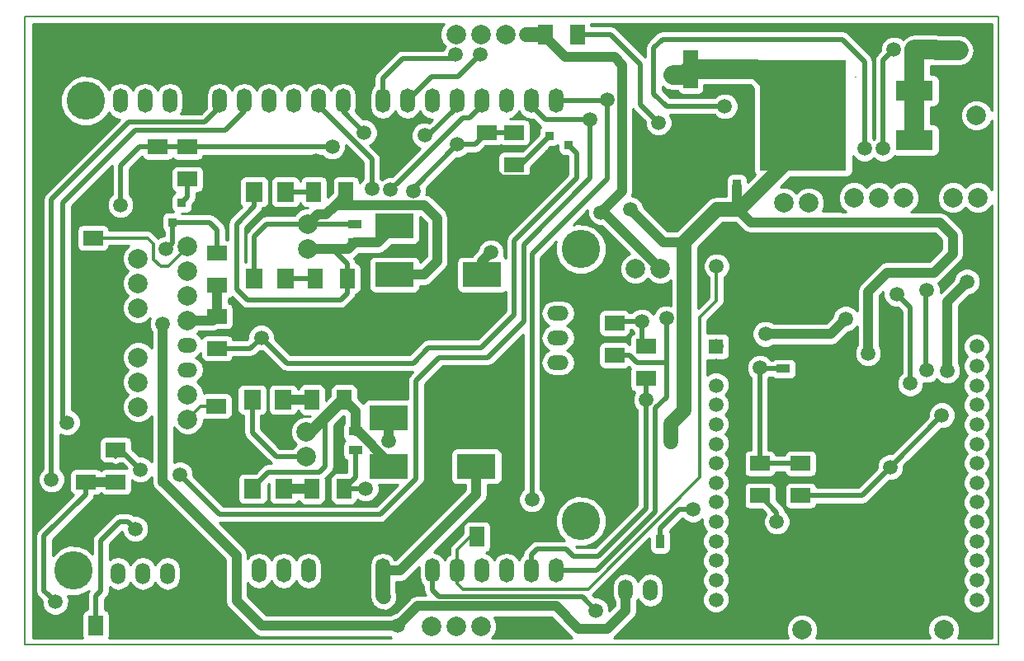
<source format=gtl>
G04 #@! TF.GenerationSoftware,KiCad,Pcbnew,(2017-01-15 revision 8ac4790)-master*
G04 #@! TF.CreationDate,2017-01-26T15:31:56+02:00*
G04 #@! TF.ProjectId,MM3,4D4D332E6B696361645F706362000000,rev?*
G04 #@! TF.FileFunction,Copper,L1,Top,Signal*
G04 #@! TF.FilePolarity,Positive*
%FSLAX46Y46*%
G04 Gerber Fmt 4.6, Leading zero omitted, Abs format (unit mm)*
G04 Created by KiCad (PCBNEW (2017-01-15 revision 8ac4790)-master) date Thu Jan 26 15:31:56 2017*
%MOMM*%
%LPD*%
G01*
G04 APERTURE LIST*
%ADD10C,0.100000*%
%ADD11C,0.150000*%
%ADD12O,1.500000X2.500000*%
%ADD13C,3.937000*%
%ADD14R,2.032000X1.524000*%
%ADD15C,1.500000*%
%ADD16O,2.200000X1.500000*%
%ADD17R,1.397000X0.889000*%
%ADD18R,1.501140X4.000500*%
%ADD19R,0.889000X1.397000*%
%ADD20R,3.810000X2.080000*%
%ADD21R,8.890000X11.430000*%
%ADD22R,1.800860X1.998980*%
%ADD23R,1.524000X2.032000*%
%ADD24C,2.000000*%
%ADD25O,1.500000X2.200000*%
%ADD26O,2.000000X1.500000*%
%ADD27R,0.914400X0.914400*%
%ADD28R,4.000500X2.499360*%
%ADD29C,1.000000*%
%ADD30C,0.500000*%
%ADD31C,1.500000*%
%ADD32C,0.300000*%
%ADD33C,2.000000*%
%ADD34C,0.254000*%
G04 APERTURE END LIST*
D10*
D11*
X-4950000Y-7600000D02*
X-4950000Y56900000D01*
X-4950000Y56900000D02*
X94950000Y56900000D01*
X94950000Y-7600000D02*
X-4950000Y-7600000D01*
X40532500Y-7592000D02*
X40532500Y-7592000D01*
X94950000Y56900000D02*
X94950000Y-7600000D01*
X80283500Y50764500D02*
X80283500Y50764500D01*
D12*
X49530000Y0D03*
X46990000Y0D03*
X44450000Y0D03*
X36830000Y0D03*
X39370000Y0D03*
X41910000Y0D03*
X31750000Y0D03*
X29210000Y0D03*
X26670000Y0D03*
X21590000Y0D03*
X19050000Y0D03*
X49530000Y48260000D03*
X46990000Y48260000D03*
X44450000Y48260000D03*
X41910000Y48260000D03*
X39370000Y48260000D03*
X36830000Y48260000D03*
X34290000Y48260000D03*
X31750000Y48260000D03*
X27686000Y48260000D03*
X25146000Y48260000D03*
X22606000Y48260000D03*
X20066000Y48260000D03*
X17526000Y48260000D03*
X14986000Y48260000D03*
X12446000Y48260000D03*
X9906000Y48260000D03*
X24130000Y0D03*
D13*
X52070000Y5080000D03*
X52070000Y33020000D03*
X1270000Y48260000D03*
X0Y0D03*
D12*
X7366000Y48260000D03*
X4826000Y48260000D03*
D14*
X1289500Y12410500D03*
X1289500Y9108500D03*
D15*
X65932500Y23015000D03*
D10*
G36*
X65182500Y23765000D02*
X66682500Y23765000D01*
X66682500Y22265000D01*
X65182500Y22265000D01*
X65182500Y23765000D01*
X65182500Y23765000D01*
G37*
D15*
X65932500Y21015000D03*
X65932500Y19015000D03*
X65932500Y17015000D03*
X65932500Y15015000D03*
X65932500Y13015000D03*
X65932500Y11015000D03*
X65932500Y9015000D03*
X65932500Y7015000D03*
X65932500Y5015000D03*
X65932500Y3015000D03*
X65932500Y1015000D03*
X65932500Y-985000D03*
X65932500Y-2985000D03*
X92682500Y-2985000D03*
X92682500Y-985000D03*
X92682500Y1015000D03*
X92682500Y3015000D03*
X92682500Y5015000D03*
X92682500Y7015000D03*
X92682500Y9015000D03*
X92682500Y11015000D03*
X92682500Y13015000D03*
X92682500Y15015000D03*
X92682500Y17015000D03*
X92682500Y19015000D03*
X92682500Y21015000D03*
X92682500Y23015000D03*
D16*
X49740000Y28984000D03*
X49740000Y26444000D03*
X49740000Y21364000D03*
X49740000Y23904000D03*
D17*
X28950000Y12395000D03*
X28950000Y14300000D03*
X28850000Y33695000D03*
X28850000Y35600000D03*
D18*
X63329000Y51526500D03*
X63329000Y40927080D03*
D19*
X68091500Y39461500D03*
X66186500Y39461500D03*
D20*
X86316000Y44224000D03*
X86316000Y49304000D03*
D21*
X74886000Y46764000D03*
D22*
X18412100Y8405500D03*
X21612500Y8405500D03*
X18348600Y17549500D03*
X21549000Y17549500D03*
X18559600Y30013000D03*
X21760000Y30013000D03*
X18559600Y38903000D03*
X21760000Y38903000D03*
D23*
X24470000Y8405500D03*
X27772000Y8405500D03*
X27772000Y17549500D03*
X24470000Y17549500D03*
X24808000Y30013000D03*
X28110000Y30013000D03*
X27983000Y38903000D03*
X24681000Y38903000D03*
D24*
X23898500Y11707500D03*
X23898500Y14247500D03*
X24046000Y33061000D03*
X24046000Y35601000D03*
X92666000Y46764000D03*
X90126000Y46764000D03*
D14*
X55518500Y25428000D03*
X55518500Y22126000D03*
X58757000Y23015000D03*
X58757000Y19713000D03*
D19*
X60217500Y3012500D03*
X62122500Y3012500D03*
D17*
X72854000Y20729000D03*
X72854000Y18824000D03*
D24*
X74759000Y-6068000D03*
X77299000Y-6068000D03*
X86760500Y-6068000D03*
X89300500Y-6068000D03*
X57677500Y31016000D03*
X60217500Y31016000D03*
D14*
X70441000Y11013500D03*
X70441000Y7711500D03*
D23*
X51708500Y55082500D03*
X48406500Y55082500D03*
D14*
X74632000Y11013500D03*
X74632000Y7711500D03*
D23*
X41421500Y3457000D03*
X44723500Y3457000D03*
D25*
X61741500Y-2004000D03*
X56661500Y-2004000D03*
X59201500Y-2004000D03*
D24*
X44342500Y55082500D03*
X41802500Y55082500D03*
X39262500Y55082500D03*
X36722500Y55082500D03*
X36722500Y-5750500D03*
X39262500Y-5750500D03*
X41802500Y-5750500D03*
X44342500Y-5750500D03*
X92793000Y38318500D03*
X90253000Y38318500D03*
X87713000Y38318500D03*
X85173000Y38318500D03*
X82633000Y38318500D03*
X80093000Y38318500D03*
X72917500Y37747000D03*
X75457500Y37747000D03*
D25*
X12211500Y-289500D03*
X9671500Y-289500D03*
X4591500Y-289500D03*
X7131500Y-289500D03*
D24*
X11733500Y15554500D03*
X6653500Y16824500D03*
X11733500Y18094500D03*
X6653500Y19364500D03*
D26*
X11733500Y20634500D03*
D24*
X6653500Y21904500D03*
D26*
X11733500Y23174500D03*
D24*
X6653500Y24444500D03*
X11733500Y25714500D03*
X6653500Y26984500D03*
X11733500Y28254500D03*
X6653500Y29524500D03*
X11733500Y30794500D03*
X6653500Y32064500D03*
X11733500Y33334500D03*
D14*
X14751500Y26126500D03*
X14751500Y22824500D03*
X45231500Y41698000D03*
X45231500Y45000000D03*
X14751500Y29301500D03*
X14751500Y32603500D03*
X11703500Y40223500D03*
X11703500Y43525500D03*
X8655500Y43525500D03*
X8655500Y40223500D03*
X42450000Y45000000D03*
X42450000Y41698000D03*
X4337500Y9108500D03*
X4337500Y12410500D03*
D27*
X9229540Y37795260D03*
X11129460Y37795260D03*
X10179500Y35778500D03*
X48833240Y42750040D03*
X48833240Y44649960D03*
X50850000Y43700000D03*
D23*
X2305500Y-5623500D03*
X5607500Y-5623500D03*
D14*
X14650000Y16898000D03*
X14650000Y20200000D03*
X2032000Y30861000D03*
X2032000Y34163000D03*
D28*
X32350000Y10700000D03*
X32350000Y15701260D03*
X41349220Y15701260D03*
X41349220Y10700000D03*
X41949220Y30398740D03*
X41949220Y35400000D03*
X32950000Y35400000D03*
X32950000Y30398740D03*
D15*
X40254623Y38800000D03*
X37250000Y19100000D03*
X30150000Y18900000D03*
X53050000Y17100000D03*
X14679319Y-2757319D03*
X26650080Y-2628558D03*
X2484009Y38943943D03*
X-650000Y42900000D03*
X28450000Y55082500D03*
X4083500Y25364500D03*
X88079177Y33183962D03*
X39348033Y41364944D03*
X24911500Y42128500D03*
X60027000Y36985000D03*
X62059000Y36985000D03*
X81490000Y-6068000D03*
X63710000Y345500D03*
X70504500Y-988000D03*
X68472500Y21046500D03*
X54150000Y36800000D03*
X91713500Y29682500D03*
X89681500Y20538500D03*
X9163500Y25364500D03*
X46501500Y55019000D03*
X33293500Y-5687000D03*
X63583000Y6251000D03*
X57150000Y37100000D03*
X42850000Y32700000D03*
X31850000Y-2700000D03*
X61529639Y50903351D03*
X65550000Y51526500D03*
X61285736Y13236000D03*
X61297000Y15077500D03*
X81553500Y22316500D03*
X34850000Y39000000D03*
X36050000Y44700000D03*
X39396288Y43775989D03*
X26557992Y43530500D03*
X29850000Y45000000D03*
X4845500Y37556500D03*
X53050000Y46300000D03*
X66850000Y47700000D03*
X6877500Y10378500D03*
X10941500Y9870500D03*
X84490462Y28380292D03*
X81172500Y43335000D03*
X85871500Y19205000D03*
X47050000Y7300000D03*
X60050000Y46000000D03*
X54750000Y48400000D03*
X87567729Y28798800D03*
X84191630Y53541951D03*
X83077500Y43335000D03*
X87586000Y20602000D03*
X32550002Y39100000D03*
X30650000Y39200000D03*
X60850000Y25900000D03*
X58757000Y17554000D03*
X72185000Y5015000D03*
X83839500Y10632500D03*
X89110000Y15966500D03*
X65996000Y31270000D03*
X53613500Y-4099500D03*
X41750000Y53000000D03*
X39250000Y53000000D03*
X-650000Y15200000D03*
X-2243005Y9362698D03*
X90824500Y53431500D03*
X88538500Y53431500D03*
X86316000Y53495000D03*
X79267500Y25872500D03*
X71003025Y24305109D03*
X70441000Y20856000D03*
X32350000Y13300000D03*
X29994500Y8405500D03*
X-1842317Y-3220026D03*
X19271032Y23927063D03*
X9525000Y33020000D03*
X6369500Y4282500D03*
X58350000Y25600000D03*
D29*
X41949220Y35400000D02*
X41949220Y37105403D01*
X41949220Y37105403D02*
X40254623Y38800000D01*
D30*
X48833240Y42750040D02*
X48833240Y41792840D01*
X43966000Y40436000D02*
X42704000Y41698000D01*
X48833240Y41792840D02*
X47476400Y40436000D01*
X47476400Y40436000D02*
X43966000Y40436000D01*
X42704000Y41698000D02*
X42450000Y41698000D01*
X39348033Y41364944D02*
X42116944Y41364944D01*
X42116944Y41364944D02*
X42450000Y41698000D01*
D29*
X41349220Y15701260D02*
X40648740Y15701260D01*
X40648740Y15701260D02*
X37250000Y19100000D01*
D31*
X33350000Y2800000D02*
X29950000Y2800000D01*
X29210000Y2060000D02*
X29210000Y0D01*
X29950000Y2800000D02*
X29210000Y2060000D01*
X37250000Y6700000D02*
X33350000Y2800000D01*
X37250000Y19100000D02*
X37250000Y6700000D01*
X37250000Y6700000D02*
X37209478Y6659478D01*
D29*
X33350000Y2800000D02*
X37209478Y6659478D01*
X37209478Y6659478D02*
X37209478Y8499478D01*
X37209478Y8499478D02*
X37250000Y8540000D01*
X37250000Y8540000D02*
X37250000Y19100000D01*
X37209478Y8499478D02*
X37250000Y8499478D01*
D30*
X44723500Y3457000D02*
X44723500Y16826500D01*
X44723500Y16826500D02*
X43199999Y18350001D01*
X43199999Y18350001D02*
X37999999Y18350001D01*
X37999999Y18350001D02*
X37250000Y19100000D01*
D32*
X28850000Y20200000D02*
X29400001Y19649999D01*
X14650000Y20200000D02*
X28850000Y20200000D01*
X29400001Y19649999D02*
X30150000Y18900000D01*
D29*
X52650000Y18560660D02*
X52650000Y26424000D01*
X52650000Y26424000D02*
X50090000Y28984000D01*
X50090000Y28984000D02*
X49740000Y28984000D01*
X53050000Y17100000D02*
X53050000Y18160660D01*
X53050000Y18160660D02*
X52650000Y18560660D01*
D32*
X2032000Y30861000D02*
X2032000Y27416000D01*
X2032000Y27416000D02*
X4083500Y25364500D01*
D30*
X13489300Y-2821700D02*
X14614938Y-2821700D01*
X14614938Y-2821700D02*
X14679319Y-2757319D01*
D29*
X26650080Y-2628558D02*
X26650080Y-1899920D01*
X26650080Y-1899920D02*
X26670000Y-1880000D01*
X26670000Y-1880000D02*
X26670000Y0D01*
D30*
X26650080Y-2628558D02*
X26456938Y-2821700D01*
X13489300Y-2821700D02*
X10687500Y-5623500D01*
X10687500Y-5623500D02*
X5607500Y-5623500D01*
D29*
X26670000Y0D02*
X29210000Y0D01*
X-3650000Y49600000D02*
X-3650000Y45900000D01*
X-3650000Y45900000D02*
X-650000Y42900000D01*
X-850000Y52400000D02*
X-3650000Y49600000D01*
X13650000Y52400000D02*
X-850000Y52400000D01*
X13650000Y52400000D02*
X25767500Y52400000D01*
X25767500Y52400000D02*
X28450000Y55082500D01*
X12446000Y51196000D02*
X13650000Y52400000D01*
X12446000Y48260000D02*
X12446000Y51196000D01*
X1289500Y13680500D02*
X4083500Y16474500D01*
X4083500Y16474500D02*
X4083500Y25364500D01*
X1289500Y12410500D02*
X1289500Y13680500D01*
D31*
X88079177Y33183962D02*
X88048331Y33153116D01*
X88048331Y33153116D02*
X70729459Y33153116D01*
X70729459Y33153116D02*
X68472500Y30896157D01*
X68472500Y30896157D02*
X68472500Y23586500D01*
D30*
X9417500Y41874500D02*
X24657500Y41874500D01*
X24657500Y41874500D02*
X24911500Y42128500D01*
X8655500Y41112500D02*
X9417500Y41874500D01*
X8655500Y40223500D02*
X8655500Y41112500D01*
X9229540Y37795260D02*
X9229540Y39649460D01*
X9229540Y39649460D02*
X8655500Y40223500D01*
D33*
X60027000Y36985000D02*
X62059000Y36985000D01*
X63329000Y38255000D02*
X62059000Y36985000D01*
D30*
X73489000Y22507000D02*
X69552000Y22507000D01*
X69552000Y22507000D02*
X68472500Y23586500D01*
X74505000Y21491000D02*
X73489000Y22507000D01*
X74505000Y19276500D02*
X74505000Y21491000D01*
X72854000Y18824000D02*
X74052500Y18824000D01*
X74052500Y18824000D02*
X74505000Y19276500D01*
X62122500Y3012500D02*
X62122500Y1933000D01*
X62122500Y1933000D02*
X63710000Y345500D01*
X66186500Y39461500D02*
X64794580Y39461500D01*
X64794580Y39461500D02*
X63329000Y40927080D01*
D33*
X63329000Y40927080D02*
X63329000Y38255000D01*
D29*
X68472500Y1044000D02*
X70504500Y-988000D01*
X70504500Y-988000D02*
X71901500Y-2385000D01*
D31*
X68472500Y21046500D02*
X68472500Y23586500D01*
D29*
X80728000Y-2385000D02*
X81490000Y-3147000D01*
X81490000Y-3147000D02*
X81490000Y-6068000D01*
X71901500Y-2385000D02*
X80728000Y-2385000D01*
X68472500Y21046500D02*
X68472500Y1044000D01*
X56299999Y51951501D02*
X56299999Y38949999D01*
X55517590Y52733910D02*
X56299999Y51951501D01*
X50501090Y52733910D02*
X55517590Y52733910D01*
X48406500Y54828500D02*
X50501090Y52733910D01*
X56299999Y38949999D02*
X54899999Y37549999D01*
X48406500Y55082500D02*
X48406500Y54828500D01*
X54433500Y36800000D02*
X54150000Y36800000D01*
X54899999Y37549999D02*
X54150000Y36800000D01*
X60217500Y31016000D02*
X54433500Y36800000D01*
X33293500Y-5687000D02*
X35330490Y-3650010D01*
X54765500Y-6000000D02*
X56661500Y-4104000D01*
X35330490Y-3650010D02*
X49500010Y-3650010D01*
X49500010Y-3650010D02*
X51850000Y-6000000D01*
X56661500Y-4104000D02*
X56661500Y-2004000D01*
X51850000Y-6000000D02*
X54765500Y-6000000D01*
X11733500Y25714500D02*
X14339500Y25714500D01*
X14339500Y25714500D02*
X14751500Y26126500D01*
X9163500Y14696500D02*
X9163500Y9159471D01*
X9163500Y9159471D02*
X16750000Y1572971D01*
X16750000Y1572971D02*
X16750000Y-3100000D01*
X16750000Y-3100000D02*
X19337000Y-5687000D01*
X19337000Y-5687000D02*
X33293500Y-5687000D01*
X9163500Y9108500D02*
X9163500Y14696500D01*
X9163500Y14696500D02*
X9163500Y25364500D01*
X14751500Y29301500D02*
X14751500Y26126500D01*
X89681500Y20538500D02*
X89681500Y27650500D01*
X89681500Y27650500D02*
X91713500Y29682500D01*
D31*
X46501500Y55019000D02*
X48343000Y55019000D01*
X48343000Y55019000D02*
X48406500Y55082500D01*
D30*
X60217500Y3012500D02*
X60217500Y4347057D01*
X60217500Y4347057D02*
X62121443Y6251000D01*
X62121443Y6251000D02*
X63583000Y6251000D01*
D29*
X57150000Y37100000D02*
X60507666Y33742334D01*
X60507666Y33742334D02*
X62689834Y33742334D01*
X41949220Y30398740D02*
X41949220Y31799220D01*
X41949220Y31799220D02*
X42850000Y32700000D01*
X41349220Y10700000D02*
X41349220Y7849220D01*
X41349220Y7849220D02*
X33500000Y0D01*
X33500000Y0D02*
X31750000Y0D01*
D31*
X31850000Y-2700000D02*
X31750000Y-2600000D01*
X31750000Y-2600000D02*
X31750000Y0D01*
D33*
X61529639Y50903351D02*
X62705851Y50903351D01*
X62705851Y50903351D02*
X63329000Y51526500D01*
X63329000Y51526500D02*
X65550000Y51526500D01*
X65550000Y51526500D02*
X70123500Y51526500D01*
D29*
X81553500Y22316500D02*
X81553500Y28666500D01*
X81553500Y28666500D02*
X83510801Y30623801D01*
X83510801Y30623801D02*
X88295094Y30623801D01*
X88295094Y30623801D02*
X90238348Y32567055D01*
X90238348Y34417774D02*
X88912000Y35744122D01*
X90238348Y32567055D02*
X90238348Y34417774D01*
X88912000Y35744122D02*
X78793878Y35744122D01*
X78793878Y35744122D02*
X78759500Y35778500D01*
X78759500Y35778500D02*
X69488500Y35778500D01*
X69488500Y35778500D02*
X68091500Y37175500D01*
D31*
X68346474Y37112000D02*
X70377500Y39143026D01*
X70377500Y39143026D02*
X74987442Y43752968D01*
D29*
X72917500Y44795500D02*
X74886000Y46764000D01*
D31*
X68155000Y37112000D02*
X68346474Y37112000D01*
X74987442Y43752968D02*
X74987442Y46724393D01*
X74987442Y46724393D02*
X75020095Y46757046D01*
X61297000Y15077500D02*
X62689834Y16470334D01*
X62689834Y16470334D02*
X62689834Y33742334D01*
X62689834Y33742334D02*
X66059500Y37112000D01*
X66059500Y37112000D02*
X68155000Y37112000D01*
D29*
X68091500Y37175500D02*
X68155000Y37112000D01*
X68091500Y39461500D02*
X68091500Y37175500D01*
D33*
X70123500Y51526500D02*
X74886000Y46764000D01*
X63231001Y51428501D02*
X63329000Y51526500D01*
D31*
X61297000Y15077500D02*
X61297000Y13247264D01*
X61297000Y13247264D02*
X61285736Y13236000D01*
D30*
X42450000Y45000000D02*
X45231500Y45000000D01*
X39396288Y43775989D02*
X41225989Y43775989D01*
X41225989Y43775989D02*
X42450000Y45000000D01*
X39396288Y43775989D02*
X34850000Y39229701D01*
X34850000Y39229701D02*
X34850000Y39000000D01*
X39370000Y47620000D02*
X36450000Y44700000D01*
X36450000Y44700000D02*
X36050000Y44700000D01*
X39370000Y48260000D02*
X39370000Y47620000D01*
X26557992Y43530500D02*
X21580500Y43530500D01*
X21580500Y43530500D02*
X21575500Y43525500D01*
X21575500Y43525500D02*
X11703500Y43525500D01*
X27686000Y48260000D02*
X27686000Y47164000D01*
X27686000Y47164000D02*
X29850000Y45000000D01*
X4845500Y41620500D02*
X6750500Y43525500D01*
X6750500Y43525500D02*
X8655500Y43525500D01*
X4845500Y37556500D02*
X4845500Y41620500D01*
X8655500Y43525500D02*
X11703500Y43525500D01*
X53050000Y45239340D02*
X53050000Y46300000D01*
X15033591Y5778409D02*
X31488341Y5778409D01*
X35150000Y9440068D02*
X35150000Y19500000D01*
X53050000Y40295000D02*
X53050000Y45239340D01*
X46250011Y33495011D02*
X53050000Y40295000D01*
X42539965Y21900000D02*
X46250011Y25610046D01*
X46250011Y25610046D02*
X46250011Y33495011D01*
X37550000Y21900000D02*
X42539965Y21900000D01*
X35150000Y19500000D02*
X37550000Y21900000D01*
X31488341Y5778409D02*
X35150000Y9440068D01*
X10941500Y9870500D02*
X15033591Y5778409D01*
X51989340Y46300000D02*
X53050000Y46300000D01*
X48450000Y46300000D02*
X51989340Y46300000D01*
X46990000Y47760000D02*
X48450000Y46300000D01*
X46990000Y48260000D02*
X46990000Y47760000D01*
X66850000Y47700000D02*
X60850000Y47700000D01*
X60850000Y47700000D02*
X59550000Y49000000D01*
X81172500Y52294449D02*
X81172500Y43335000D01*
X59550000Y49000000D02*
X59550000Y53700000D01*
X59550000Y53700000D02*
X60420083Y54570083D01*
X60420083Y54570083D02*
X78896866Y54570083D01*
X78896866Y54570083D02*
X81172500Y52294449D01*
X6877500Y10378500D02*
X4845500Y12410500D01*
X4845500Y12410500D02*
X4337500Y12410500D01*
D32*
X4337500Y12410500D02*
X4337500Y11648500D01*
D30*
X84490462Y28380292D02*
X85871500Y26999254D01*
X85871500Y26999254D02*
X85871500Y19205000D01*
X47050000Y7300000D02*
X47050000Y32517000D01*
X47050000Y32517000D02*
X54750000Y40217000D01*
X54750000Y40217000D02*
X54750000Y48400000D01*
X51708500Y55082500D02*
X55096410Y55082500D01*
X55096410Y55082500D02*
X58150000Y52028910D01*
X58150000Y52028910D02*
X58150000Y47900000D01*
X58150000Y47900000D02*
X60050000Y46000000D01*
X54750000Y48400000D02*
X54610000Y48260000D01*
X54610000Y48260000D02*
X49530000Y48260000D01*
X87567729Y28798800D02*
X87459000Y28690071D01*
X87459000Y20729000D02*
X87586000Y20602000D01*
X87459000Y28690071D02*
X87459000Y20729000D01*
X83077500Y43335000D02*
X83077500Y52427821D01*
X83077500Y52427821D02*
X83441631Y52791952D01*
X83441631Y52791952D02*
X84191630Y53541951D01*
D29*
X21612500Y8405500D02*
X24470000Y8405500D01*
X21549000Y17549500D02*
X24470000Y17549500D01*
D30*
X24808000Y30013000D02*
X21760000Y30013000D01*
X21760000Y38903000D02*
X24681000Y38903000D01*
X39960002Y46510000D02*
X33300001Y39849999D01*
X41910000Y47760000D02*
X40660000Y46510000D01*
X41910000Y48260000D02*
X41910000Y47760000D01*
X40660000Y46510000D02*
X39960002Y46510000D01*
X33300001Y39849999D02*
X32550002Y39100000D01*
X30650000Y40260660D02*
X30650000Y39200000D01*
X30650000Y42256000D02*
X30650000Y40260660D01*
X25146000Y47760000D02*
X30650000Y42256000D01*
X25146000Y48260000D02*
X25146000Y47760000D01*
X60850000Y21366500D02*
X60850000Y24839340D01*
X60852500Y21364000D02*
X60850000Y21366500D01*
X60852500Y17808000D02*
X60852500Y21364000D01*
X59709500Y16665000D02*
X60852500Y17808000D01*
X57796500Y21364000D02*
X57034500Y22126000D01*
X60852500Y21364000D02*
X57796500Y21364000D01*
X60850000Y24839340D02*
X60850000Y25900000D01*
X53650000Y0D02*
X59709500Y6059500D01*
X59709500Y6059500D02*
X59709500Y8029000D01*
X49530000Y0D02*
X53650000Y0D01*
X59709500Y8029000D02*
X59709500Y16665000D01*
X57034500Y22126000D02*
X55518500Y22126000D01*
X55264500Y22126000D02*
X55518500Y22126000D01*
X58757000Y17554000D02*
X58757000Y6378000D01*
X58757000Y6378000D02*
X53867500Y1488500D01*
X46990000Y1640000D02*
X46990000Y0D01*
X53867500Y1488500D02*
X51327500Y1488500D01*
X51327500Y1488500D02*
X50594882Y2221118D01*
X50594882Y2221118D02*
X47571118Y2221118D01*
X47571118Y2221118D02*
X46990000Y1640000D01*
X58757000Y19713000D02*
X58757000Y17554000D01*
X72185000Y5015000D02*
X72185000Y5967500D01*
X72185000Y5967500D02*
X70441000Y7711500D01*
X80918500Y7711500D02*
X83839500Y10632500D01*
X83839500Y10632500D02*
X89110000Y15903000D01*
X89110000Y15903000D02*
X89110000Y15966500D01*
X74632000Y7711500D02*
X80918500Y7711500D01*
D32*
X39370000Y0D02*
X39370000Y-1320000D01*
X39370000Y-1320000D02*
X39950000Y-1900000D01*
X39950000Y-1900000D02*
X52798305Y-1900000D01*
X52798305Y-1900000D02*
X64250000Y9551695D01*
X64250000Y9551695D02*
X64250000Y26000000D01*
X64250000Y26000000D02*
X65996000Y27746000D01*
X65996000Y27746000D02*
X65996000Y31270000D01*
X39370000Y2120000D02*
X40707000Y3457000D01*
X40707000Y3457000D02*
X41421500Y3457000D01*
X39370000Y0D02*
X39370000Y2120000D01*
D30*
X36830000Y0D02*
X36830000Y-1980000D01*
X36830000Y-1980000D02*
X37550000Y-2700000D01*
X37550000Y-2700000D02*
X52214000Y-2700000D01*
X52214000Y-2700000D02*
X53613500Y-4099500D01*
X39450000Y50700000D02*
X36730000Y50700000D01*
X36730000Y50700000D02*
X34290000Y48260000D01*
X41750000Y53000000D02*
X39450000Y50700000D01*
X33750000Y52600000D02*
X31750000Y50600000D01*
X31750000Y50600000D02*
X31750000Y48260000D01*
X38850000Y52600000D02*
X33750000Y52600000D01*
X39250000Y53000000D02*
X38850000Y52600000D01*
X-1050000Y37800000D02*
X-1050000Y15600000D01*
X-1050000Y15600000D02*
X-650000Y15200000D01*
X6350000Y45200000D02*
X-1050000Y37800000D01*
X15550000Y45200000D02*
X6350000Y45200000D01*
X17526000Y47176000D02*
X15550000Y45200000D01*
X17526000Y48260000D02*
X17526000Y47176000D01*
X17545500Y48279500D02*
X17526000Y48260000D01*
X-2243005Y9362698D02*
X-2243005Y38116454D01*
X-2243005Y38116454D02*
X5688144Y46047603D01*
X5688144Y46047603D02*
X13460439Y46047603D01*
X13460439Y46047603D02*
X14986000Y47573164D01*
X14986000Y47573164D02*
X14986000Y48260000D01*
D31*
X85451000Y44224000D02*
X86316000Y44224000D01*
D33*
X88538500Y53431500D02*
X90824500Y53431500D01*
X86316000Y53495000D02*
X88475000Y53495000D01*
X88475000Y53495000D02*
X88538500Y53431500D01*
X86316000Y49304000D02*
X86316000Y53495000D01*
X86316000Y44224000D02*
X86316000Y49304000D01*
D29*
X71003025Y24305109D02*
X77700109Y24305109D01*
X77700109Y24305109D02*
X79267500Y25872500D01*
D30*
X74632000Y11013500D02*
X70441000Y11013500D01*
X72854000Y20729000D02*
X70568000Y20729000D01*
X70568000Y20729000D02*
X70441000Y20856000D01*
X70441000Y11013500D02*
X70441000Y20856000D01*
D29*
X32350000Y15701260D02*
X32350000Y13300000D01*
D30*
X28950000Y12395000D02*
X28950000Y9583500D01*
X28950000Y9583500D02*
X27772000Y8405500D01*
X18348600Y14201400D02*
X20842500Y11707500D01*
X20842500Y11707500D02*
X23898500Y11707500D01*
X18348600Y17549500D02*
X18348600Y14201400D01*
X29994500Y8405500D02*
X30055500Y8405500D01*
X18348600Y17450440D02*
X18348600Y17549500D01*
X29994500Y8405500D02*
X27772000Y8405500D01*
D29*
X23898500Y14247500D02*
X24470000Y14247500D01*
X24470000Y14247500D02*
X27772000Y17549500D01*
X28950000Y14300000D02*
X28950000Y16371500D01*
X28950000Y16371500D02*
X27772000Y17549500D01*
X32350000Y10700000D02*
X32350000Y11154000D01*
X32350000Y11154000D02*
X29204000Y14300000D01*
X29204000Y14300000D02*
X28950000Y14300000D01*
D30*
X20159240Y10120000D02*
X25250000Y10120000D01*
X23898500Y14247500D02*
X25251000Y15600000D01*
X25251000Y15600000D02*
X27200500Y17549500D01*
X25850000Y10720000D02*
X25850000Y15001000D01*
X25850000Y15001000D02*
X25251000Y15600000D01*
X25250000Y10120000D02*
X25850000Y10720000D01*
X27200500Y17549500D02*
X27772000Y17549500D01*
X20159240Y10120000D02*
X20027540Y10120000D01*
X20027540Y10120000D02*
X18412100Y8504560D01*
X18412100Y8504560D02*
X18412100Y8405500D01*
X20159240Y10120000D02*
X20139646Y10100406D01*
D29*
X28216000Y33061000D02*
X24046000Y33061000D01*
X28850000Y33695000D02*
X28216000Y33061000D01*
X32950000Y35400000D02*
X31245000Y33695000D01*
X31245000Y33695000D02*
X28850000Y33695000D01*
D30*
X16750000Y28900000D02*
X16750000Y35593910D01*
X16750000Y35593910D02*
X18559600Y37403510D01*
X18559600Y37403510D02*
X18559600Y38903000D01*
X17850000Y27800000D02*
X16750000Y28900000D01*
X27413000Y27800000D02*
X17850000Y27800000D01*
X28110000Y30013000D02*
X28110000Y28497000D01*
X28110000Y28497000D02*
X27413000Y27800000D01*
X26589000Y33061000D02*
X28110000Y31540000D01*
X28110000Y31540000D02*
X28110000Y30013000D01*
X24046000Y33061000D02*
X26589000Y33061000D01*
D29*
X26899999Y37549999D02*
X27983000Y38633000D01*
X27983000Y38633000D02*
X27983000Y38903000D01*
X32950000Y30398740D02*
X35950250Y30398740D01*
X35950250Y30398740D02*
X37350000Y31798490D01*
X25950999Y36600999D02*
X25045999Y36600999D01*
X37350000Y31798490D02*
X37350000Y36200000D01*
X37350000Y36200000D02*
X36000001Y37549999D01*
X26899999Y37549999D02*
X25950999Y36600999D01*
X36000001Y37549999D02*
X26899999Y37549999D01*
X25045999Y36600999D02*
X24046000Y35601000D01*
D30*
X24046000Y35601000D02*
X19851000Y35601000D01*
X19851000Y35601000D02*
X18559600Y34309600D01*
X18559600Y34309600D02*
X18559600Y31512490D01*
X18559600Y31512490D02*
X18559600Y30013000D01*
X28850000Y35600000D02*
X24047000Y35600000D01*
X24047000Y35600000D02*
X24046000Y35601000D01*
X18559600Y30013000D02*
X18559600Y29430400D01*
X1289500Y9108500D02*
X1289500Y7846500D01*
X1289500Y7846500D02*
X-3006429Y3550571D01*
X-3006429Y3550571D02*
X-3006429Y-2055914D01*
X-3006429Y-2055914D02*
X-2592316Y-2470027D01*
X-2592316Y-2470027D02*
X-1842317Y-3220026D01*
D29*
X1289500Y9108500D02*
X4337500Y9108500D01*
D30*
X19271032Y23927063D02*
X21898095Y21300000D01*
X21898095Y21300000D02*
X34850000Y21300000D01*
X34850000Y21300000D02*
X36450000Y22900000D01*
X41850000Y22900000D02*
X45250000Y26300000D01*
X45250000Y26300000D02*
X45250000Y33900000D01*
X36450000Y22900000D02*
X41850000Y22900000D01*
X45250000Y33900000D02*
X51650000Y40300000D01*
X51650000Y40300000D02*
X51650000Y42500000D01*
X51650000Y41384200D02*
X51650000Y42500000D01*
X51650000Y42500000D02*
X51650000Y42900000D01*
X19271032Y23927063D02*
X20373595Y22824500D01*
X51650000Y42900000D02*
X50850000Y43700000D01*
X19271032Y23927063D02*
X18168469Y22824500D01*
X18168469Y22824500D02*
X14751500Y22824500D01*
X12083500Y22824500D02*
X11733500Y23174500D01*
X10179500Y35778500D02*
X10179500Y33674500D01*
X10179500Y33674500D02*
X9525000Y33020000D01*
X13989500Y35778500D02*
X14751500Y35016500D01*
X14751500Y35016500D02*
X14751500Y32603500D01*
X10179500Y35778500D02*
X13989500Y35778500D01*
D32*
X10179500Y35778500D02*
X13481500Y35778500D01*
D30*
X45231500Y41698000D02*
X45881280Y41698000D01*
X45881280Y41698000D02*
X48833240Y44649960D01*
X11703500Y40223500D02*
X11703500Y38369300D01*
X11703500Y38369300D02*
X11129460Y37795260D01*
D32*
X11733500Y15554500D02*
X13077000Y16898000D01*
X13077000Y16898000D02*
X14650000Y16898000D01*
X2032000Y34163000D02*
X7620000Y34163000D01*
X7620000Y34163000D02*
X8255000Y33528000D01*
X8255000Y33528000D02*
X8255000Y31962998D01*
X8255000Y31962998D02*
X8975998Y31242000D01*
X8975998Y31242000D02*
X9779000Y31242000D01*
X9779000Y31242000D02*
X11733500Y33196500D01*
X11733500Y33196500D02*
X11733500Y33334500D01*
D30*
X6369500Y4282500D02*
X5619501Y5032499D01*
X5619501Y5032499D02*
X4752219Y5032499D01*
X2813500Y-2067500D02*
X2305500Y-2575500D01*
X4752219Y5032499D02*
X2813500Y3093780D01*
X2813500Y3093780D02*
X2813500Y-2067500D01*
X2305500Y-2575500D02*
X2305500Y-5623500D01*
X58350000Y25600000D02*
X58350000Y23422000D01*
X58350000Y23422000D02*
X58757000Y23015000D01*
X58350000Y25600000D02*
X55690500Y25600000D01*
X55690500Y25600000D02*
X55518500Y25428000D01*
D29*
X55455000Y25491500D02*
X55518500Y25428000D01*
D34*
G36*
X8028500Y9108500D02*
X8114897Y8674154D01*
X8360934Y8305934D01*
X8514544Y8203295D01*
X15615000Y1102839D01*
X15615000Y-3100000D01*
X15701397Y-3534346D01*
X15857864Y-3768515D01*
X15947434Y-3902566D01*
X18534433Y-6489566D01*
X18812618Y-6675443D01*
X18902654Y-6735603D01*
X19337000Y-6822000D01*
X32469542Y-6822000D01*
X32507936Y-6860461D01*
X32579074Y-6890000D01*
X3663830Y-6890000D01*
X3665657Y-6887265D01*
X3714940Y-6639500D01*
X3714940Y-4607500D01*
X3665657Y-4359735D01*
X3525309Y-4149691D01*
X3315265Y-4009343D01*
X3190500Y-3984526D01*
X3190500Y-2942079D01*
X3439287Y-2693292D01*
X3439290Y-2693290D01*
X3631133Y-2406175D01*
X3698500Y-2067500D01*
X3698500Y-1710527D01*
X4061483Y-1953064D01*
X4591500Y-2058491D01*
X5121517Y-1953064D01*
X5570843Y-1652834D01*
X5861500Y-1217835D01*
X6152157Y-1652834D01*
X6601483Y-1953064D01*
X7131500Y-2058491D01*
X7661517Y-1953064D01*
X8110843Y-1652834D01*
X8401500Y-1217835D01*
X8692157Y-1652834D01*
X9141483Y-1953064D01*
X9671500Y-2058491D01*
X10201517Y-1953064D01*
X10650843Y-1652834D01*
X10951073Y-1203508D01*
X11056500Y-673491D01*
X11056500Y94491D01*
X10951073Y624508D01*
X10650843Y1073834D01*
X10201517Y1374064D01*
X9671500Y1479491D01*
X9141483Y1374064D01*
X8692157Y1073834D01*
X8401500Y638835D01*
X8110843Y1073834D01*
X7661517Y1374064D01*
X7131500Y1479491D01*
X6601483Y1374064D01*
X6152157Y1073834D01*
X5861500Y638835D01*
X5570843Y1073834D01*
X5121517Y1374064D01*
X4591500Y1479491D01*
X4061483Y1374064D01*
X3698500Y1131527D01*
X3698500Y2727200D01*
X4984264Y4012965D01*
X4984260Y4008215D01*
X5194669Y3498985D01*
X5583936Y3109039D01*
X6092798Y2897741D01*
X6643785Y2897260D01*
X7153015Y3107669D01*
X7542961Y3496936D01*
X7754259Y4005798D01*
X7754740Y4556785D01*
X7544331Y5066015D01*
X7155064Y5455961D01*
X6646202Y5667259D01*
X6231324Y5667621D01*
X6231146Y5667740D01*
X5958176Y5850132D01*
X5901985Y5861309D01*
X5619501Y5917500D01*
X5619496Y5917499D01*
X4752224Y5917499D01*
X4752219Y5917500D01*
X4469735Y5861309D01*
X4413544Y5850132D01*
X4126429Y5658289D01*
X4126427Y5658286D01*
X2187710Y3719570D01*
X1995867Y3432455D01*
X1995867Y3432454D01*
X1928499Y3093780D01*
X1928500Y3093775D01*
X1928500Y1753254D01*
X1476690Y2205853D01*
X520140Y2603047D01*
X-515596Y2603951D01*
X-1472838Y2208427D01*
X-2121429Y1560967D01*
X-2121429Y3183991D01*
X1915287Y7220708D01*
X1915290Y7220710D01*
X2107133Y7507825D01*
X2120834Y7576702D01*
X2145173Y7699060D01*
X2305500Y7699060D01*
X2553265Y7748343D01*
X2763309Y7888691D01*
X2813500Y7963807D01*
X2863691Y7888691D01*
X3073735Y7748343D01*
X3321500Y7699060D01*
X5353500Y7699060D01*
X5601265Y7748343D01*
X5811309Y7888691D01*
X5951657Y8098735D01*
X6000940Y8346500D01*
X6000940Y9296194D01*
X6091936Y9205039D01*
X6600798Y8993741D01*
X7151785Y8993260D01*
X7661015Y9203669D01*
X8028500Y9570514D01*
X8028500Y9108500D01*
X8028500Y9108500D01*
G37*
X8028500Y9108500D02*
X8114897Y8674154D01*
X8360934Y8305934D01*
X8514544Y8203295D01*
X15615000Y1102839D01*
X15615000Y-3100000D01*
X15701397Y-3534346D01*
X15857864Y-3768515D01*
X15947434Y-3902566D01*
X18534433Y-6489566D01*
X18812618Y-6675443D01*
X18902654Y-6735603D01*
X19337000Y-6822000D01*
X32469542Y-6822000D01*
X32507936Y-6860461D01*
X32579074Y-6890000D01*
X3663830Y-6890000D01*
X3665657Y-6887265D01*
X3714940Y-6639500D01*
X3714940Y-4607500D01*
X3665657Y-4359735D01*
X3525309Y-4149691D01*
X3315265Y-4009343D01*
X3190500Y-3984526D01*
X3190500Y-2942079D01*
X3439287Y-2693292D01*
X3439290Y-2693290D01*
X3631133Y-2406175D01*
X3698500Y-2067500D01*
X3698500Y-1710527D01*
X4061483Y-1953064D01*
X4591500Y-2058491D01*
X5121517Y-1953064D01*
X5570843Y-1652834D01*
X5861500Y-1217835D01*
X6152157Y-1652834D01*
X6601483Y-1953064D01*
X7131500Y-2058491D01*
X7661517Y-1953064D01*
X8110843Y-1652834D01*
X8401500Y-1217835D01*
X8692157Y-1652834D01*
X9141483Y-1953064D01*
X9671500Y-2058491D01*
X10201517Y-1953064D01*
X10650843Y-1652834D01*
X10951073Y-1203508D01*
X11056500Y-673491D01*
X11056500Y94491D01*
X10951073Y624508D01*
X10650843Y1073834D01*
X10201517Y1374064D01*
X9671500Y1479491D01*
X9141483Y1374064D01*
X8692157Y1073834D01*
X8401500Y638835D01*
X8110843Y1073834D01*
X7661517Y1374064D01*
X7131500Y1479491D01*
X6601483Y1374064D01*
X6152157Y1073834D01*
X5861500Y638835D01*
X5570843Y1073834D01*
X5121517Y1374064D01*
X4591500Y1479491D01*
X4061483Y1374064D01*
X3698500Y1131527D01*
X3698500Y2727200D01*
X4984264Y4012965D01*
X4984260Y4008215D01*
X5194669Y3498985D01*
X5583936Y3109039D01*
X6092798Y2897741D01*
X6643785Y2897260D01*
X7153015Y3107669D01*
X7542961Y3496936D01*
X7754259Y4005798D01*
X7754740Y4556785D01*
X7544331Y5066015D01*
X7155064Y5455961D01*
X6646202Y5667259D01*
X6231324Y5667621D01*
X6231146Y5667740D01*
X5958176Y5850132D01*
X5901985Y5861309D01*
X5619501Y5917500D01*
X5619496Y5917499D01*
X4752224Y5917499D01*
X4752219Y5917500D01*
X4469735Y5861309D01*
X4413544Y5850132D01*
X4126429Y5658289D01*
X4126427Y5658286D01*
X2187710Y3719570D01*
X1995867Y3432455D01*
X1995867Y3432454D01*
X1928499Y3093780D01*
X1928500Y3093775D01*
X1928500Y1753254D01*
X1476690Y2205853D01*
X520140Y2603047D01*
X-515596Y2603951D01*
X-1472838Y2208427D01*
X-2121429Y1560967D01*
X-2121429Y3183991D01*
X1915287Y7220708D01*
X1915290Y7220710D01*
X2107133Y7507825D01*
X2120834Y7576702D01*
X2145173Y7699060D01*
X2305500Y7699060D01*
X2553265Y7748343D01*
X2763309Y7888691D01*
X2813500Y7963807D01*
X2863691Y7888691D01*
X3073735Y7748343D01*
X3321500Y7699060D01*
X5353500Y7699060D01*
X5601265Y7748343D01*
X5811309Y7888691D01*
X5951657Y8098735D01*
X6000940Y8346500D01*
X6000940Y9296194D01*
X6091936Y9205039D01*
X6600798Y8993741D01*
X7151785Y8993260D01*
X7661015Y9203669D01*
X8028500Y9570514D01*
X8028500Y9108500D01*
G36*
X94240000Y47236113D02*
X94052894Y47688943D01*
X93593363Y48149278D01*
X92992648Y48398716D01*
X92342205Y48399284D01*
X91741057Y48150894D01*
X91280722Y47691363D01*
X91031284Y47090648D01*
X91030716Y46440205D01*
X91279106Y45839057D01*
X91738637Y45378722D01*
X92339352Y45129284D01*
X92989795Y45128716D01*
X93590943Y45377106D01*
X94051278Y45836637D01*
X94240000Y46291131D01*
X94240000Y39097976D01*
X94179894Y39243443D01*
X93720363Y39703778D01*
X93119648Y39953216D01*
X92469205Y39953784D01*
X91868057Y39705394D01*
X91522801Y39360741D01*
X91180363Y39703778D01*
X90579648Y39953216D01*
X89929205Y39953784D01*
X89328057Y39705394D01*
X88867722Y39245863D01*
X88618284Y38645148D01*
X88617716Y37994705D01*
X88866106Y37393557D01*
X89325637Y36933222D01*
X89926352Y36683784D01*
X90576795Y36683216D01*
X91177943Y36931606D01*
X91523199Y37276259D01*
X91865637Y36933222D01*
X92466352Y36683784D01*
X93116795Y36683216D01*
X93717943Y36931606D01*
X94178278Y37391137D01*
X94240000Y37539780D01*
X94240000Y-6890000D01*
X90729528Y-6890000D01*
X90935216Y-6394648D01*
X90935784Y-5744205D01*
X90687394Y-5143057D01*
X90227863Y-4682722D01*
X89627148Y-4433284D01*
X88976705Y-4432716D01*
X88375557Y-4681106D01*
X87915222Y-5140637D01*
X87665784Y-5741352D01*
X87665216Y-6391795D01*
X87871071Y-6890000D01*
X76188028Y-6890000D01*
X76393716Y-6394648D01*
X76394284Y-5744205D01*
X76145894Y-5143057D01*
X75686363Y-4682722D01*
X75085648Y-4433284D01*
X74435205Y-4432716D01*
X73834057Y-4681106D01*
X73373722Y-5140637D01*
X73124284Y-5741352D01*
X73123716Y-6391795D01*
X73329571Y-6890000D01*
X55437212Y-6890000D01*
X55568066Y-6802566D01*
X57464066Y-4906566D01*
X57479802Y-4883015D01*
X57710103Y-4538346D01*
X57796500Y-4104000D01*
X57796500Y-3134377D01*
X57931500Y-2932335D01*
X58222157Y-3367334D01*
X58671483Y-3667564D01*
X59201500Y-3772991D01*
X59731517Y-3667564D01*
X60180843Y-3367334D01*
X60481073Y-2918008D01*
X60586500Y-2387991D01*
X60586500Y-1620009D01*
X60481073Y-1089992D01*
X60180843Y-640666D01*
X59731517Y-340436D01*
X59201500Y-235009D01*
X58671483Y-340436D01*
X58222157Y-640666D01*
X57931500Y-1075665D01*
X57640843Y-640666D01*
X57191517Y-340436D01*
X56661500Y-235009D01*
X56131483Y-340436D01*
X55682157Y-640666D01*
X55381927Y-1089992D01*
X55276500Y-1620009D01*
X55276500Y-2387991D01*
X55381927Y-2918008D01*
X55526500Y-3134377D01*
X55526500Y-3633868D01*
X54998446Y-4161922D01*
X54998740Y-3825215D01*
X54788331Y-3315985D01*
X54399064Y-2926039D01*
X53890202Y-2714741D01*
X53479962Y-2714383D01*
X53273821Y-2508241D01*
X53353384Y-2455079D01*
X59125560Y3317097D01*
X59125560Y2314000D01*
X59174843Y2066235D01*
X59315191Y1856191D01*
X59525235Y1715843D01*
X59773000Y1666560D01*
X60662000Y1666560D01*
X60909765Y1715843D01*
X61119809Y1856191D01*
X61260157Y2066235D01*
X61309440Y2314000D01*
X61309440Y3711000D01*
X61260157Y3958765D01*
X61188311Y4066289D01*
X62488022Y5366000D01*
X62509477Y5366000D01*
X62797436Y5077539D01*
X63306298Y4866241D01*
X63857285Y4865760D01*
X64366515Y5076169D01*
X64547711Y5257049D01*
X64547260Y4740715D01*
X64757669Y4231485D01*
X64973813Y4014964D01*
X64759039Y3800564D01*
X64547741Y3291702D01*
X64547260Y2740715D01*
X64757669Y2231485D01*
X64973813Y2014964D01*
X64759039Y1800564D01*
X64547741Y1291702D01*
X64547260Y740715D01*
X64757669Y231485D01*
X64973813Y14964D01*
X64759039Y-199436D01*
X64547741Y-708298D01*
X64547260Y-1259285D01*
X64757669Y-1768515D01*
X64973813Y-1985036D01*
X64759039Y-2199436D01*
X64547741Y-2708298D01*
X64547260Y-3259285D01*
X64757669Y-3768515D01*
X65146936Y-4158461D01*
X65655798Y-4369759D01*
X66206785Y-4370240D01*
X66716015Y-4159831D01*
X67105961Y-3770564D01*
X67317259Y-3261702D01*
X67317740Y-2710715D01*
X67107331Y-2201485D01*
X66891187Y-1984964D01*
X67105961Y-1770564D01*
X67317259Y-1261702D01*
X67317740Y-710715D01*
X67107331Y-201485D01*
X66891187Y15036D01*
X67105961Y229436D01*
X67317259Y738298D01*
X67317740Y1289285D01*
X67107331Y1798515D01*
X66891187Y2015036D01*
X67105961Y2229436D01*
X67317259Y2738298D01*
X67317740Y3289285D01*
X67107331Y3798515D01*
X66891187Y4015036D01*
X67105961Y4229436D01*
X67317259Y4738298D01*
X67317740Y5289285D01*
X67107331Y5798515D01*
X66891187Y6015036D01*
X67105961Y6229436D01*
X67317259Y6738298D01*
X67317740Y7289285D01*
X67107331Y7798515D01*
X66891187Y8015036D01*
X67105961Y8229436D01*
X67207305Y8473500D01*
X68777560Y8473500D01*
X68777560Y6949500D01*
X68826843Y6701735D01*
X68967191Y6491691D01*
X69177235Y6351343D01*
X69425000Y6302060D01*
X70598860Y6302060D01*
X71055987Y5844934D01*
X71011539Y5800564D01*
X70800241Y5291702D01*
X70799760Y4740715D01*
X71010169Y4231485D01*
X71399436Y3841539D01*
X71908298Y3630241D01*
X72459285Y3629760D01*
X72968515Y3840169D01*
X73358461Y4229436D01*
X73569759Y4738298D01*
X73570240Y5289285D01*
X73359831Y5798515D01*
X73039855Y6119049D01*
X73002633Y6306175D01*
X72810790Y6593290D01*
X72810787Y6593292D01*
X72104440Y7299639D01*
X72104440Y8473500D01*
X72968560Y8473500D01*
X72968560Y6949500D01*
X73017843Y6701735D01*
X73158191Y6491691D01*
X73368235Y6351343D01*
X73616000Y6302060D01*
X75648000Y6302060D01*
X75895765Y6351343D01*
X76105809Y6491691D01*
X76246157Y6701735D01*
X76270974Y6826500D01*
X80918495Y6826500D01*
X80918500Y6826499D01*
X81200984Y6882690D01*
X81257175Y6893867D01*
X81544290Y7085710D01*
X83706195Y9247616D01*
X84113785Y9247260D01*
X84623015Y9457669D01*
X85012961Y9846936D01*
X85224259Y10355798D01*
X85224617Y10766037D01*
X89040140Y14581560D01*
X89384285Y14581260D01*
X89893515Y14791669D01*
X90283461Y15180936D01*
X90494759Y15689798D01*
X90495240Y16240785D01*
X90284831Y16750015D01*
X89895564Y17139961D01*
X89386702Y17351259D01*
X88835715Y17351740D01*
X88326485Y17141331D01*
X87936539Y16752064D01*
X87725241Y16243202D01*
X87724827Y15769407D01*
X83972804Y12017384D01*
X83565215Y12017740D01*
X83055985Y11807331D01*
X82666039Y11418064D01*
X82454741Y10909202D01*
X82454383Y10498962D01*
X80551920Y8596500D01*
X76270974Y8596500D01*
X76246157Y8721265D01*
X76105809Y8931309D01*
X75895765Y9071657D01*
X75648000Y9120940D01*
X73616000Y9120940D01*
X73368235Y9071657D01*
X73158191Y8931309D01*
X73017843Y8721265D01*
X72968560Y8473500D01*
X72104440Y8473500D01*
X72055157Y8721265D01*
X71914809Y8931309D01*
X71704765Y9071657D01*
X71457000Y9120940D01*
X69425000Y9120940D01*
X69177235Y9071657D01*
X68967191Y8931309D01*
X68826843Y8721265D01*
X68777560Y8473500D01*
X67207305Y8473500D01*
X67317259Y8738298D01*
X67317740Y9289285D01*
X67107331Y9798515D01*
X66891187Y10015036D01*
X67105961Y10229436D01*
X67317259Y10738298D01*
X67317740Y11289285D01*
X67116841Y11775500D01*
X68777560Y11775500D01*
X68777560Y10251500D01*
X68826843Y10003735D01*
X68967191Y9793691D01*
X69177235Y9653343D01*
X69425000Y9604060D01*
X71457000Y9604060D01*
X71704765Y9653343D01*
X71914809Y9793691D01*
X72055157Y10003735D01*
X72079974Y10128500D01*
X72993026Y10128500D01*
X73017843Y10003735D01*
X73158191Y9793691D01*
X73368235Y9653343D01*
X73616000Y9604060D01*
X75648000Y9604060D01*
X75895765Y9653343D01*
X76105809Y9793691D01*
X76246157Y10003735D01*
X76295440Y10251500D01*
X76295440Y11775500D01*
X76246157Y12023265D01*
X76105809Y12233309D01*
X75895765Y12373657D01*
X75648000Y12422940D01*
X73616000Y12422940D01*
X73368235Y12373657D01*
X73158191Y12233309D01*
X73017843Y12023265D01*
X72993026Y11898500D01*
X72079974Y11898500D01*
X72055157Y12023265D01*
X71914809Y12233309D01*
X71704765Y12373657D01*
X71457000Y12422940D01*
X71326000Y12422940D01*
X71326000Y19782477D01*
X71387630Y19844000D01*
X71686125Y19844000D01*
X71697691Y19826691D01*
X71907735Y19686343D01*
X72155500Y19637060D01*
X73552500Y19637060D01*
X73800265Y19686343D01*
X74010309Y19826691D01*
X74150657Y20036735D01*
X74199940Y20284500D01*
X74199940Y21173500D01*
X74150657Y21421265D01*
X74010309Y21631309D01*
X73800265Y21771657D01*
X73552500Y21820940D01*
X72155500Y21820940D01*
X71907735Y21771657D01*
X71697691Y21631309D01*
X71686125Y21614000D01*
X71626374Y21614000D01*
X71615831Y21639515D01*
X71226564Y22029461D01*
X70717702Y22240759D01*
X70166715Y22241240D01*
X69657485Y22030831D01*
X69267539Y21641564D01*
X69056241Y21132702D01*
X69055760Y20581715D01*
X69266169Y20072485D01*
X69556000Y19782148D01*
X69556000Y12422940D01*
X69425000Y12422940D01*
X69177235Y12373657D01*
X68967191Y12233309D01*
X68826843Y12023265D01*
X68777560Y11775500D01*
X67116841Y11775500D01*
X67107331Y11798515D01*
X66891187Y12015036D01*
X67105961Y12229436D01*
X67317259Y12738298D01*
X67317740Y13289285D01*
X67107331Y13798515D01*
X66891187Y14015036D01*
X67105961Y14229436D01*
X67317259Y14738298D01*
X67317740Y15289285D01*
X67107331Y15798515D01*
X66891187Y16015036D01*
X67105961Y16229436D01*
X67317259Y16738298D01*
X67317740Y17289285D01*
X67107331Y17798515D01*
X66891187Y18015036D01*
X67105961Y18229436D01*
X67317259Y18738298D01*
X67317740Y19289285D01*
X67107331Y19798515D01*
X66718064Y20188461D01*
X66209202Y20399759D01*
X65658215Y20400240D01*
X65148985Y20189831D01*
X65035000Y20076044D01*
X65035000Y21646899D01*
X65182500Y21617560D01*
X66682500Y21617560D01*
X66930265Y21666843D01*
X67140309Y21807191D01*
X67280657Y22017235D01*
X67329940Y22265000D01*
X67329940Y23765000D01*
X67280657Y24012765D01*
X67140309Y24222809D01*
X66930265Y24363157D01*
X66682500Y24412440D01*
X65182500Y24412440D01*
X65035000Y24383101D01*
X65035000Y25674842D01*
X66551079Y27190921D01*
X66721245Y27445594D01*
X66781000Y27746000D01*
X66781000Y30096651D01*
X67169461Y30484436D01*
X67380759Y30993298D01*
X67381240Y31544285D01*
X67170831Y32053515D01*
X66781564Y32443461D01*
X66272702Y32654759D01*
X65721715Y32655240D01*
X65212485Y32444831D01*
X64822539Y32055564D01*
X64611241Y31546702D01*
X64610760Y30995715D01*
X64821169Y30486485D01*
X65210436Y30096539D01*
X65211000Y30096305D01*
X65211000Y28071158D01*
X64074834Y26934992D01*
X64074834Y33168648D01*
X66633186Y35727000D01*
X67934868Y35727000D01*
X68685934Y34975934D01*
X69054154Y34729897D01*
X69488500Y34643500D01*
X78621049Y34643500D01*
X78793878Y34609122D01*
X88441868Y34609122D01*
X89103348Y33947642D01*
X89103348Y33037187D01*
X87824962Y31758801D01*
X83510801Y31758801D01*
X83076456Y31672405D01*
X82708235Y31426367D01*
X80750934Y29469066D01*
X80504897Y29100846D01*
X80418500Y28666500D01*
X80418500Y26679888D01*
X80053064Y27045961D01*
X79544202Y27257259D01*
X78993215Y27257740D01*
X78483985Y27047331D01*
X78094039Y26658064D01*
X77882741Y26149202D01*
X77882692Y26092824D01*
X77229977Y25440109D01*
X71826983Y25440109D01*
X71788589Y25478570D01*
X71279727Y25689868D01*
X70728740Y25690349D01*
X70219510Y25479940D01*
X69829564Y25090673D01*
X69618266Y24581811D01*
X69617785Y24030824D01*
X69828194Y23521594D01*
X70217461Y23131648D01*
X70726323Y22920350D01*
X71277310Y22919869D01*
X71786540Y23130278D01*
X71826440Y23170109D01*
X77700109Y23170109D01*
X78134455Y23256506D01*
X78502675Y23502543D01*
X79487439Y24487307D01*
X79541785Y24487260D01*
X80051015Y24697669D01*
X80418500Y25064514D01*
X80418500Y23140458D01*
X80380039Y23102064D01*
X80168741Y22593202D01*
X80168260Y22042215D01*
X80378669Y21532985D01*
X80767936Y21143039D01*
X81276798Y20931741D01*
X81827785Y20931260D01*
X82337015Y21141669D01*
X82726961Y21530936D01*
X82938259Y22039798D01*
X82938740Y22590785D01*
X82728331Y23100015D01*
X82688500Y23139915D01*
X82688500Y28196368D01*
X83105665Y28613533D01*
X83105222Y28106007D01*
X83315631Y27596777D01*
X83704898Y27206831D01*
X84213760Y26995533D01*
X84624000Y26995175D01*
X84986500Y26632675D01*
X84986500Y20278523D01*
X84698039Y19990564D01*
X84486741Y19481702D01*
X84486260Y18930715D01*
X84696669Y18421485D01*
X85085936Y18031539D01*
X85594798Y17820241D01*
X86145785Y17819760D01*
X86655015Y18030169D01*
X87044961Y18419436D01*
X87256259Y18928298D01*
X87256530Y19239152D01*
X87309298Y19217241D01*
X87860285Y19216760D01*
X88369515Y19427169D01*
X88602119Y19659368D01*
X88895936Y19365039D01*
X89404798Y19153741D01*
X89955785Y19153260D01*
X90465015Y19363669D01*
X90854961Y19752936D01*
X91066259Y20261798D01*
X91066740Y20812785D01*
X90856331Y21322015D01*
X90816500Y21361915D01*
X90816500Y22740715D01*
X91297260Y22740715D01*
X91507669Y22231485D01*
X91723813Y22014964D01*
X91509039Y21800564D01*
X91297741Y21291702D01*
X91297260Y20740715D01*
X91507669Y20231485D01*
X91723813Y20014964D01*
X91509039Y19800564D01*
X91297741Y19291702D01*
X91297260Y18740715D01*
X91507669Y18231485D01*
X91723813Y18014964D01*
X91509039Y17800564D01*
X91297741Y17291702D01*
X91297260Y16740715D01*
X91507669Y16231485D01*
X91723813Y16014964D01*
X91509039Y15800564D01*
X91297741Y15291702D01*
X91297260Y14740715D01*
X91507669Y14231485D01*
X91723813Y14014964D01*
X91509039Y13800564D01*
X91297741Y13291702D01*
X91297260Y12740715D01*
X91507669Y12231485D01*
X91723813Y12014964D01*
X91509039Y11800564D01*
X91297741Y11291702D01*
X91297260Y10740715D01*
X91507669Y10231485D01*
X91723813Y10014964D01*
X91509039Y9800564D01*
X91297741Y9291702D01*
X91297260Y8740715D01*
X91507669Y8231485D01*
X91723813Y8014964D01*
X91509039Y7800564D01*
X91297741Y7291702D01*
X91297260Y6740715D01*
X91507669Y6231485D01*
X91723813Y6014964D01*
X91509039Y5800564D01*
X91297741Y5291702D01*
X91297260Y4740715D01*
X91507669Y4231485D01*
X91723813Y4014964D01*
X91509039Y3800564D01*
X91297741Y3291702D01*
X91297260Y2740715D01*
X91507669Y2231485D01*
X91723813Y2014964D01*
X91509039Y1800564D01*
X91297741Y1291702D01*
X91297260Y740715D01*
X91507669Y231485D01*
X91723813Y14964D01*
X91509039Y-199436D01*
X91297741Y-708298D01*
X91297260Y-1259285D01*
X91507669Y-1768515D01*
X91723813Y-1985036D01*
X91509039Y-2199436D01*
X91297741Y-2708298D01*
X91297260Y-3259285D01*
X91507669Y-3768515D01*
X91896936Y-4158461D01*
X92405798Y-4369759D01*
X92956785Y-4370240D01*
X93466015Y-4159831D01*
X93855961Y-3770564D01*
X94067259Y-3261702D01*
X94067740Y-2710715D01*
X93857331Y-2201485D01*
X93641187Y-1984964D01*
X93855961Y-1770564D01*
X94067259Y-1261702D01*
X94067740Y-710715D01*
X93857331Y-201485D01*
X93641187Y15036D01*
X93855961Y229436D01*
X94067259Y738298D01*
X94067740Y1289285D01*
X93857331Y1798515D01*
X93641187Y2015036D01*
X93855961Y2229436D01*
X94067259Y2738298D01*
X94067740Y3289285D01*
X93857331Y3798515D01*
X93641187Y4015036D01*
X93855961Y4229436D01*
X94067259Y4738298D01*
X94067740Y5289285D01*
X93857331Y5798515D01*
X93641187Y6015036D01*
X93855961Y6229436D01*
X94067259Y6738298D01*
X94067740Y7289285D01*
X93857331Y7798515D01*
X93641187Y8015036D01*
X93855961Y8229436D01*
X94067259Y8738298D01*
X94067740Y9289285D01*
X93857331Y9798515D01*
X93641187Y10015036D01*
X93855961Y10229436D01*
X94067259Y10738298D01*
X94067740Y11289285D01*
X93857331Y11798515D01*
X93641187Y12015036D01*
X93855961Y12229436D01*
X94067259Y12738298D01*
X94067740Y13289285D01*
X93857331Y13798515D01*
X93641187Y14015036D01*
X93855961Y14229436D01*
X94067259Y14738298D01*
X94067740Y15289285D01*
X93857331Y15798515D01*
X93641187Y16015036D01*
X93855961Y16229436D01*
X94067259Y16738298D01*
X94067740Y17289285D01*
X93857331Y17798515D01*
X93641187Y18015036D01*
X93855961Y18229436D01*
X94067259Y18738298D01*
X94067740Y19289285D01*
X93857331Y19798515D01*
X93641187Y20015036D01*
X93855961Y20229436D01*
X94067259Y20738298D01*
X94067740Y21289285D01*
X93857331Y21798515D01*
X93641187Y22015036D01*
X93855961Y22229436D01*
X94067259Y22738298D01*
X94067740Y23289285D01*
X93857331Y23798515D01*
X93468064Y24188461D01*
X92959202Y24399759D01*
X92408215Y24400240D01*
X91898985Y24189831D01*
X91509039Y23800564D01*
X91297741Y23291702D01*
X91297260Y22740715D01*
X90816500Y22740715D01*
X90816500Y27180368D01*
X91933439Y28297307D01*
X91987785Y28297260D01*
X92497015Y28507669D01*
X92886961Y28896936D01*
X93098259Y29405798D01*
X93098740Y29956785D01*
X92888331Y30466015D01*
X92499064Y30855961D01*
X91990202Y31067259D01*
X91439215Y31067740D01*
X90929985Y30857331D01*
X90540039Y30468064D01*
X90328741Y29959202D01*
X90328692Y29902824D01*
X88952492Y28526624D01*
X88952969Y29073085D01*
X88742560Y29582315D01*
X88741572Y29583305D01*
X89097660Y29821235D01*
X91040914Y31764489D01*
X91063633Y31798490D01*
X91286951Y32132709D01*
X91373348Y32567055D01*
X91373348Y34417774D01*
X91286951Y34852120D01*
X91040914Y35220340D01*
X89714566Y36546688D01*
X89661742Y36581984D01*
X89346346Y36792725D01*
X88912000Y36879122D01*
X85970922Y36879122D01*
X86097943Y36931606D01*
X86558278Y37391137D01*
X86807716Y37991852D01*
X86808284Y38642295D01*
X86559894Y39243443D01*
X86100363Y39703778D01*
X85499648Y39953216D01*
X84849205Y39953784D01*
X84248057Y39705394D01*
X83902801Y39360741D01*
X83560363Y39703778D01*
X82959648Y39953216D01*
X82309205Y39953784D01*
X81708057Y39705394D01*
X81362801Y39360741D01*
X81020363Y39703778D01*
X80419648Y39953216D01*
X79769205Y39953784D01*
X79168057Y39705394D01*
X78707722Y39245863D01*
X78458284Y38645148D01*
X78457716Y37994705D01*
X78706106Y37393557D01*
X79165637Y36933222D01*
X79295925Y36879122D01*
X78932329Y36879122D01*
X78759500Y36913500D01*
X76881753Y36913500D01*
X77092216Y37420352D01*
X77092784Y38070795D01*
X76844394Y38671943D01*
X76384863Y39132278D01*
X75784148Y39381716D01*
X75133705Y39382284D01*
X74532557Y39133894D01*
X74187301Y38789241D01*
X73844863Y39132278D01*
X73244148Y39381716D01*
X72593705Y39382284D01*
X72562586Y39369426D01*
X73594720Y40401560D01*
X79331000Y40401560D01*
X79578765Y40450843D01*
X79788809Y40591191D01*
X79929157Y40801235D01*
X79978440Y41049000D01*
X79978440Y42598023D01*
X79997669Y42551485D01*
X80386936Y42161539D01*
X80895798Y41950241D01*
X81446785Y41949760D01*
X81956015Y42160169D01*
X82124953Y42328813D01*
X82291936Y42161539D01*
X82800798Y41950241D01*
X83351785Y41949760D01*
X83861015Y42160169D01*
X84250961Y42549436D01*
X84258232Y42566947D01*
X84411000Y42536560D01*
X88221000Y42536560D01*
X88468765Y42585843D01*
X88678809Y42726191D01*
X88819157Y42936235D01*
X88868440Y43184000D01*
X88868440Y45264000D01*
X88819157Y45511765D01*
X88678809Y45721809D01*
X88468765Y45862157D01*
X88221000Y45911440D01*
X87951000Y45911440D01*
X87951000Y47616560D01*
X88221000Y47616560D01*
X88468765Y47665843D01*
X88678809Y47806191D01*
X88819157Y48016235D01*
X88868440Y48264000D01*
X88868440Y50344000D01*
X88819157Y50591765D01*
X88678809Y50801809D01*
X88468765Y50942157D01*
X88221000Y50991440D01*
X87951000Y50991440D01*
X87951000Y51860000D01*
X88219262Y51860000D01*
X88538500Y51796499D01*
X88538505Y51796500D01*
X90824500Y51796500D01*
X91450187Y51920957D01*
X91980620Y52275380D01*
X92335043Y52805813D01*
X92459500Y53431500D01*
X92335043Y54057187D01*
X91980620Y54587620D01*
X91450187Y54942043D01*
X90824500Y55066500D01*
X88794239Y55066500D01*
X88475000Y55130001D01*
X88474995Y55130000D01*
X86316000Y55130000D01*
X85690313Y55005543D01*
X85159880Y54651120D01*
X85112364Y54580007D01*
X84977194Y54715412D01*
X84468332Y54926710D01*
X83917345Y54927191D01*
X83408115Y54716782D01*
X83018169Y54327515D01*
X82806871Y53818653D01*
X82806513Y53408414D01*
X82451710Y53053611D01*
X82259867Y52766496D01*
X82259867Y52766495D01*
X82192499Y52427821D01*
X82192500Y52427816D01*
X82192500Y44408523D01*
X82125047Y44341187D01*
X82057500Y44408852D01*
X82057500Y52294449D01*
X81990133Y52633124D01*
X81798290Y52920239D01*
X81798287Y52920241D01*
X79522656Y55195873D01*
X79235541Y55387716D01*
X79142139Y55406295D01*
X78896866Y55455084D01*
X78896861Y55455083D01*
X60420088Y55455083D01*
X60420083Y55455084D01*
X60081408Y55387716D01*
X59794293Y55195873D01*
X59794291Y55195870D01*
X58924210Y54325790D01*
X58732367Y54038675D01*
X58732367Y54038674D01*
X58664999Y53700000D01*
X58665000Y53699995D01*
X58665000Y52765489D01*
X55722200Y55708290D01*
X55435085Y55900133D01*
X55378894Y55911310D01*
X55096410Y55967501D01*
X55096405Y55967500D01*
X53117940Y55967500D01*
X53117940Y56098500D01*
X53099740Y56190000D01*
X94240000Y56190000D01*
X94240000Y47236113D01*
X94240000Y47236113D01*
G37*
X94240000Y47236113D02*
X94052894Y47688943D01*
X93593363Y48149278D01*
X92992648Y48398716D01*
X92342205Y48399284D01*
X91741057Y48150894D01*
X91280722Y47691363D01*
X91031284Y47090648D01*
X91030716Y46440205D01*
X91279106Y45839057D01*
X91738637Y45378722D01*
X92339352Y45129284D01*
X92989795Y45128716D01*
X93590943Y45377106D01*
X94051278Y45836637D01*
X94240000Y46291131D01*
X94240000Y39097976D01*
X94179894Y39243443D01*
X93720363Y39703778D01*
X93119648Y39953216D01*
X92469205Y39953784D01*
X91868057Y39705394D01*
X91522801Y39360741D01*
X91180363Y39703778D01*
X90579648Y39953216D01*
X89929205Y39953784D01*
X89328057Y39705394D01*
X88867722Y39245863D01*
X88618284Y38645148D01*
X88617716Y37994705D01*
X88866106Y37393557D01*
X89325637Y36933222D01*
X89926352Y36683784D01*
X90576795Y36683216D01*
X91177943Y36931606D01*
X91523199Y37276259D01*
X91865637Y36933222D01*
X92466352Y36683784D01*
X93116795Y36683216D01*
X93717943Y36931606D01*
X94178278Y37391137D01*
X94240000Y37539780D01*
X94240000Y-6890000D01*
X90729528Y-6890000D01*
X90935216Y-6394648D01*
X90935784Y-5744205D01*
X90687394Y-5143057D01*
X90227863Y-4682722D01*
X89627148Y-4433284D01*
X88976705Y-4432716D01*
X88375557Y-4681106D01*
X87915222Y-5140637D01*
X87665784Y-5741352D01*
X87665216Y-6391795D01*
X87871071Y-6890000D01*
X76188028Y-6890000D01*
X76393716Y-6394648D01*
X76394284Y-5744205D01*
X76145894Y-5143057D01*
X75686363Y-4682722D01*
X75085648Y-4433284D01*
X74435205Y-4432716D01*
X73834057Y-4681106D01*
X73373722Y-5140637D01*
X73124284Y-5741352D01*
X73123716Y-6391795D01*
X73329571Y-6890000D01*
X55437212Y-6890000D01*
X55568066Y-6802566D01*
X57464066Y-4906566D01*
X57479802Y-4883015D01*
X57710103Y-4538346D01*
X57796500Y-4104000D01*
X57796500Y-3134377D01*
X57931500Y-2932335D01*
X58222157Y-3367334D01*
X58671483Y-3667564D01*
X59201500Y-3772991D01*
X59731517Y-3667564D01*
X60180843Y-3367334D01*
X60481073Y-2918008D01*
X60586500Y-2387991D01*
X60586500Y-1620009D01*
X60481073Y-1089992D01*
X60180843Y-640666D01*
X59731517Y-340436D01*
X59201500Y-235009D01*
X58671483Y-340436D01*
X58222157Y-640666D01*
X57931500Y-1075665D01*
X57640843Y-640666D01*
X57191517Y-340436D01*
X56661500Y-235009D01*
X56131483Y-340436D01*
X55682157Y-640666D01*
X55381927Y-1089992D01*
X55276500Y-1620009D01*
X55276500Y-2387991D01*
X55381927Y-2918008D01*
X55526500Y-3134377D01*
X55526500Y-3633868D01*
X54998446Y-4161922D01*
X54998740Y-3825215D01*
X54788331Y-3315985D01*
X54399064Y-2926039D01*
X53890202Y-2714741D01*
X53479962Y-2714383D01*
X53273821Y-2508241D01*
X53353384Y-2455079D01*
X59125560Y3317097D01*
X59125560Y2314000D01*
X59174843Y2066235D01*
X59315191Y1856191D01*
X59525235Y1715843D01*
X59773000Y1666560D01*
X60662000Y1666560D01*
X60909765Y1715843D01*
X61119809Y1856191D01*
X61260157Y2066235D01*
X61309440Y2314000D01*
X61309440Y3711000D01*
X61260157Y3958765D01*
X61188311Y4066289D01*
X62488022Y5366000D01*
X62509477Y5366000D01*
X62797436Y5077539D01*
X63306298Y4866241D01*
X63857285Y4865760D01*
X64366515Y5076169D01*
X64547711Y5257049D01*
X64547260Y4740715D01*
X64757669Y4231485D01*
X64973813Y4014964D01*
X64759039Y3800564D01*
X64547741Y3291702D01*
X64547260Y2740715D01*
X64757669Y2231485D01*
X64973813Y2014964D01*
X64759039Y1800564D01*
X64547741Y1291702D01*
X64547260Y740715D01*
X64757669Y231485D01*
X64973813Y14964D01*
X64759039Y-199436D01*
X64547741Y-708298D01*
X64547260Y-1259285D01*
X64757669Y-1768515D01*
X64973813Y-1985036D01*
X64759039Y-2199436D01*
X64547741Y-2708298D01*
X64547260Y-3259285D01*
X64757669Y-3768515D01*
X65146936Y-4158461D01*
X65655798Y-4369759D01*
X66206785Y-4370240D01*
X66716015Y-4159831D01*
X67105961Y-3770564D01*
X67317259Y-3261702D01*
X67317740Y-2710715D01*
X67107331Y-2201485D01*
X66891187Y-1984964D01*
X67105961Y-1770564D01*
X67317259Y-1261702D01*
X67317740Y-710715D01*
X67107331Y-201485D01*
X66891187Y15036D01*
X67105961Y229436D01*
X67317259Y738298D01*
X67317740Y1289285D01*
X67107331Y1798515D01*
X66891187Y2015036D01*
X67105961Y2229436D01*
X67317259Y2738298D01*
X67317740Y3289285D01*
X67107331Y3798515D01*
X66891187Y4015036D01*
X67105961Y4229436D01*
X67317259Y4738298D01*
X67317740Y5289285D01*
X67107331Y5798515D01*
X66891187Y6015036D01*
X67105961Y6229436D01*
X67317259Y6738298D01*
X67317740Y7289285D01*
X67107331Y7798515D01*
X66891187Y8015036D01*
X67105961Y8229436D01*
X67207305Y8473500D01*
X68777560Y8473500D01*
X68777560Y6949500D01*
X68826843Y6701735D01*
X68967191Y6491691D01*
X69177235Y6351343D01*
X69425000Y6302060D01*
X70598860Y6302060D01*
X71055987Y5844934D01*
X71011539Y5800564D01*
X70800241Y5291702D01*
X70799760Y4740715D01*
X71010169Y4231485D01*
X71399436Y3841539D01*
X71908298Y3630241D01*
X72459285Y3629760D01*
X72968515Y3840169D01*
X73358461Y4229436D01*
X73569759Y4738298D01*
X73570240Y5289285D01*
X73359831Y5798515D01*
X73039855Y6119049D01*
X73002633Y6306175D01*
X72810790Y6593290D01*
X72810787Y6593292D01*
X72104440Y7299639D01*
X72104440Y8473500D01*
X72968560Y8473500D01*
X72968560Y6949500D01*
X73017843Y6701735D01*
X73158191Y6491691D01*
X73368235Y6351343D01*
X73616000Y6302060D01*
X75648000Y6302060D01*
X75895765Y6351343D01*
X76105809Y6491691D01*
X76246157Y6701735D01*
X76270974Y6826500D01*
X80918495Y6826500D01*
X80918500Y6826499D01*
X81200984Y6882690D01*
X81257175Y6893867D01*
X81544290Y7085710D01*
X83706195Y9247616D01*
X84113785Y9247260D01*
X84623015Y9457669D01*
X85012961Y9846936D01*
X85224259Y10355798D01*
X85224617Y10766037D01*
X89040140Y14581560D01*
X89384285Y14581260D01*
X89893515Y14791669D01*
X90283461Y15180936D01*
X90494759Y15689798D01*
X90495240Y16240785D01*
X90284831Y16750015D01*
X89895564Y17139961D01*
X89386702Y17351259D01*
X88835715Y17351740D01*
X88326485Y17141331D01*
X87936539Y16752064D01*
X87725241Y16243202D01*
X87724827Y15769407D01*
X83972804Y12017384D01*
X83565215Y12017740D01*
X83055985Y11807331D01*
X82666039Y11418064D01*
X82454741Y10909202D01*
X82454383Y10498962D01*
X80551920Y8596500D01*
X76270974Y8596500D01*
X76246157Y8721265D01*
X76105809Y8931309D01*
X75895765Y9071657D01*
X75648000Y9120940D01*
X73616000Y9120940D01*
X73368235Y9071657D01*
X73158191Y8931309D01*
X73017843Y8721265D01*
X72968560Y8473500D01*
X72104440Y8473500D01*
X72055157Y8721265D01*
X71914809Y8931309D01*
X71704765Y9071657D01*
X71457000Y9120940D01*
X69425000Y9120940D01*
X69177235Y9071657D01*
X68967191Y8931309D01*
X68826843Y8721265D01*
X68777560Y8473500D01*
X67207305Y8473500D01*
X67317259Y8738298D01*
X67317740Y9289285D01*
X67107331Y9798515D01*
X66891187Y10015036D01*
X67105961Y10229436D01*
X67317259Y10738298D01*
X67317740Y11289285D01*
X67116841Y11775500D01*
X68777560Y11775500D01*
X68777560Y10251500D01*
X68826843Y10003735D01*
X68967191Y9793691D01*
X69177235Y9653343D01*
X69425000Y9604060D01*
X71457000Y9604060D01*
X71704765Y9653343D01*
X71914809Y9793691D01*
X72055157Y10003735D01*
X72079974Y10128500D01*
X72993026Y10128500D01*
X73017843Y10003735D01*
X73158191Y9793691D01*
X73368235Y9653343D01*
X73616000Y9604060D01*
X75648000Y9604060D01*
X75895765Y9653343D01*
X76105809Y9793691D01*
X76246157Y10003735D01*
X76295440Y10251500D01*
X76295440Y11775500D01*
X76246157Y12023265D01*
X76105809Y12233309D01*
X75895765Y12373657D01*
X75648000Y12422940D01*
X73616000Y12422940D01*
X73368235Y12373657D01*
X73158191Y12233309D01*
X73017843Y12023265D01*
X72993026Y11898500D01*
X72079974Y11898500D01*
X72055157Y12023265D01*
X71914809Y12233309D01*
X71704765Y12373657D01*
X71457000Y12422940D01*
X71326000Y12422940D01*
X71326000Y19782477D01*
X71387630Y19844000D01*
X71686125Y19844000D01*
X71697691Y19826691D01*
X71907735Y19686343D01*
X72155500Y19637060D01*
X73552500Y19637060D01*
X73800265Y19686343D01*
X74010309Y19826691D01*
X74150657Y20036735D01*
X74199940Y20284500D01*
X74199940Y21173500D01*
X74150657Y21421265D01*
X74010309Y21631309D01*
X73800265Y21771657D01*
X73552500Y21820940D01*
X72155500Y21820940D01*
X71907735Y21771657D01*
X71697691Y21631309D01*
X71686125Y21614000D01*
X71626374Y21614000D01*
X71615831Y21639515D01*
X71226564Y22029461D01*
X70717702Y22240759D01*
X70166715Y22241240D01*
X69657485Y22030831D01*
X69267539Y21641564D01*
X69056241Y21132702D01*
X69055760Y20581715D01*
X69266169Y20072485D01*
X69556000Y19782148D01*
X69556000Y12422940D01*
X69425000Y12422940D01*
X69177235Y12373657D01*
X68967191Y12233309D01*
X68826843Y12023265D01*
X68777560Y11775500D01*
X67116841Y11775500D01*
X67107331Y11798515D01*
X66891187Y12015036D01*
X67105961Y12229436D01*
X67317259Y12738298D01*
X67317740Y13289285D01*
X67107331Y13798515D01*
X66891187Y14015036D01*
X67105961Y14229436D01*
X67317259Y14738298D01*
X67317740Y15289285D01*
X67107331Y15798515D01*
X66891187Y16015036D01*
X67105961Y16229436D01*
X67317259Y16738298D01*
X67317740Y17289285D01*
X67107331Y17798515D01*
X66891187Y18015036D01*
X67105961Y18229436D01*
X67317259Y18738298D01*
X67317740Y19289285D01*
X67107331Y19798515D01*
X66718064Y20188461D01*
X66209202Y20399759D01*
X65658215Y20400240D01*
X65148985Y20189831D01*
X65035000Y20076044D01*
X65035000Y21646899D01*
X65182500Y21617560D01*
X66682500Y21617560D01*
X66930265Y21666843D01*
X67140309Y21807191D01*
X67280657Y22017235D01*
X67329940Y22265000D01*
X67329940Y23765000D01*
X67280657Y24012765D01*
X67140309Y24222809D01*
X66930265Y24363157D01*
X66682500Y24412440D01*
X65182500Y24412440D01*
X65035000Y24383101D01*
X65035000Y25674842D01*
X66551079Y27190921D01*
X66721245Y27445594D01*
X66781000Y27746000D01*
X66781000Y30096651D01*
X67169461Y30484436D01*
X67380759Y30993298D01*
X67381240Y31544285D01*
X67170831Y32053515D01*
X66781564Y32443461D01*
X66272702Y32654759D01*
X65721715Y32655240D01*
X65212485Y32444831D01*
X64822539Y32055564D01*
X64611241Y31546702D01*
X64610760Y30995715D01*
X64821169Y30486485D01*
X65210436Y30096539D01*
X65211000Y30096305D01*
X65211000Y28071158D01*
X64074834Y26934992D01*
X64074834Y33168648D01*
X66633186Y35727000D01*
X67934868Y35727000D01*
X68685934Y34975934D01*
X69054154Y34729897D01*
X69488500Y34643500D01*
X78621049Y34643500D01*
X78793878Y34609122D01*
X88441868Y34609122D01*
X89103348Y33947642D01*
X89103348Y33037187D01*
X87824962Y31758801D01*
X83510801Y31758801D01*
X83076456Y31672405D01*
X82708235Y31426367D01*
X80750934Y29469066D01*
X80504897Y29100846D01*
X80418500Y28666500D01*
X80418500Y26679888D01*
X80053064Y27045961D01*
X79544202Y27257259D01*
X78993215Y27257740D01*
X78483985Y27047331D01*
X78094039Y26658064D01*
X77882741Y26149202D01*
X77882692Y26092824D01*
X77229977Y25440109D01*
X71826983Y25440109D01*
X71788589Y25478570D01*
X71279727Y25689868D01*
X70728740Y25690349D01*
X70219510Y25479940D01*
X69829564Y25090673D01*
X69618266Y24581811D01*
X69617785Y24030824D01*
X69828194Y23521594D01*
X70217461Y23131648D01*
X70726323Y22920350D01*
X71277310Y22919869D01*
X71786540Y23130278D01*
X71826440Y23170109D01*
X77700109Y23170109D01*
X78134455Y23256506D01*
X78502675Y23502543D01*
X79487439Y24487307D01*
X79541785Y24487260D01*
X80051015Y24697669D01*
X80418500Y25064514D01*
X80418500Y23140458D01*
X80380039Y23102064D01*
X80168741Y22593202D01*
X80168260Y22042215D01*
X80378669Y21532985D01*
X80767936Y21143039D01*
X81276798Y20931741D01*
X81827785Y20931260D01*
X82337015Y21141669D01*
X82726961Y21530936D01*
X82938259Y22039798D01*
X82938740Y22590785D01*
X82728331Y23100015D01*
X82688500Y23139915D01*
X82688500Y28196368D01*
X83105665Y28613533D01*
X83105222Y28106007D01*
X83315631Y27596777D01*
X83704898Y27206831D01*
X84213760Y26995533D01*
X84624000Y26995175D01*
X84986500Y26632675D01*
X84986500Y20278523D01*
X84698039Y19990564D01*
X84486741Y19481702D01*
X84486260Y18930715D01*
X84696669Y18421485D01*
X85085936Y18031539D01*
X85594798Y17820241D01*
X86145785Y17819760D01*
X86655015Y18030169D01*
X87044961Y18419436D01*
X87256259Y18928298D01*
X87256530Y19239152D01*
X87309298Y19217241D01*
X87860285Y19216760D01*
X88369515Y19427169D01*
X88602119Y19659368D01*
X88895936Y19365039D01*
X89404798Y19153741D01*
X89955785Y19153260D01*
X90465015Y19363669D01*
X90854961Y19752936D01*
X91066259Y20261798D01*
X91066740Y20812785D01*
X90856331Y21322015D01*
X90816500Y21361915D01*
X90816500Y22740715D01*
X91297260Y22740715D01*
X91507669Y22231485D01*
X91723813Y22014964D01*
X91509039Y21800564D01*
X91297741Y21291702D01*
X91297260Y20740715D01*
X91507669Y20231485D01*
X91723813Y20014964D01*
X91509039Y19800564D01*
X91297741Y19291702D01*
X91297260Y18740715D01*
X91507669Y18231485D01*
X91723813Y18014964D01*
X91509039Y17800564D01*
X91297741Y17291702D01*
X91297260Y16740715D01*
X91507669Y16231485D01*
X91723813Y16014964D01*
X91509039Y15800564D01*
X91297741Y15291702D01*
X91297260Y14740715D01*
X91507669Y14231485D01*
X91723813Y14014964D01*
X91509039Y13800564D01*
X91297741Y13291702D01*
X91297260Y12740715D01*
X91507669Y12231485D01*
X91723813Y12014964D01*
X91509039Y11800564D01*
X91297741Y11291702D01*
X91297260Y10740715D01*
X91507669Y10231485D01*
X91723813Y10014964D01*
X91509039Y9800564D01*
X91297741Y9291702D01*
X91297260Y8740715D01*
X91507669Y8231485D01*
X91723813Y8014964D01*
X91509039Y7800564D01*
X91297741Y7291702D01*
X91297260Y6740715D01*
X91507669Y6231485D01*
X91723813Y6014964D01*
X91509039Y5800564D01*
X91297741Y5291702D01*
X91297260Y4740715D01*
X91507669Y4231485D01*
X91723813Y4014964D01*
X91509039Y3800564D01*
X91297741Y3291702D01*
X91297260Y2740715D01*
X91507669Y2231485D01*
X91723813Y2014964D01*
X91509039Y1800564D01*
X91297741Y1291702D01*
X91297260Y740715D01*
X91507669Y231485D01*
X91723813Y14964D01*
X91509039Y-199436D01*
X91297741Y-708298D01*
X91297260Y-1259285D01*
X91507669Y-1768515D01*
X91723813Y-1985036D01*
X91509039Y-2199436D01*
X91297741Y-2708298D01*
X91297260Y-3259285D01*
X91507669Y-3768515D01*
X91896936Y-4158461D01*
X92405798Y-4369759D01*
X92956785Y-4370240D01*
X93466015Y-4159831D01*
X93855961Y-3770564D01*
X94067259Y-3261702D01*
X94067740Y-2710715D01*
X93857331Y-2201485D01*
X93641187Y-1984964D01*
X93855961Y-1770564D01*
X94067259Y-1261702D01*
X94067740Y-710715D01*
X93857331Y-201485D01*
X93641187Y15036D01*
X93855961Y229436D01*
X94067259Y738298D01*
X94067740Y1289285D01*
X93857331Y1798515D01*
X93641187Y2015036D01*
X93855961Y2229436D01*
X94067259Y2738298D01*
X94067740Y3289285D01*
X93857331Y3798515D01*
X93641187Y4015036D01*
X93855961Y4229436D01*
X94067259Y4738298D01*
X94067740Y5289285D01*
X93857331Y5798515D01*
X93641187Y6015036D01*
X93855961Y6229436D01*
X94067259Y6738298D01*
X94067740Y7289285D01*
X93857331Y7798515D01*
X93641187Y8015036D01*
X93855961Y8229436D01*
X94067259Y8738298D01*
X94067740Y9289285D01*
X93857331Y9798515D01*
X93641187Y10015036D01*
X93855961Y10229436D01*
X94067259Y10738298D01*
X94067740Y11289285D01*
X93857331Y11798515D01*
X93641187Y12015036D01*
X93855961Y12229436D01*
X94067259Y12738298D01*
X94067740Y13289285D01*
X93857331Y13798515D01*
X93641187Y14015036D01*
X93855961Y14229436D01*
X94067259Y14738298D01*
X94067740Y15289285D01*
X93857331Y15798515D01*
X93641187Y16015036D01*
X93855961Y16229436D01*
X94067259Y16738298D01*
X94067740Y17289285D01*
X93857331Y17798515D01*
X93641187Y18015036D01*
X93855961Y18229436D01*
X94067259Y18738298D01*
X94067740Y19289285D01*
X93857331Y19798515D01*
X93641187Y20015036D01*
X93855961Y20229436D01*
X94067259Y20738298D01*
X94067740Y21289285D01*
X93857331Y21798515D01*
X93641187Y22015036D01*
X93855961Y22229436D01*
X94067259Y22738298D01*
X94067740Y23289285D01*
X93857331Y23798515D01*
X93468064Y24188461D01*
X92959202Y24399759D01*
X92408215Y24400240D01*
X91898985Y24189831D01*
X91509039Y23800564D01*
X91297741Y23291702D01*
X91297260Y22740715D01*
X90816500Y22740715D01*
X90816500Y27180368D01*
X91933439Y28297307D01*
X91987785Y28297260D01*
X92497015Y28507669D01*
X92886961Y28896936D01*
X93098259Y29405798D01*
X93098740Y29956785D01*
X92888331Y30466015D01*
X92499064Y30855961D01*
X91990202Y31067259D01*
X91439215Y31067740D01*
X90929985Y30857331D01*
X90540039Y30468064D01*
X90328741Y29959202D01*
X90328692Y29902824D01*
X88952492Y28526624D01*
X88952969Y29073085D01*
X88742560Y29582315D01*
X88741572Y29583305D01*
X89097660Y29821235D01*
X91040914Y31764489D01*
X91063633Y31798490D01*
X91286951Y32132709D01*
X91373348Y32567055D01*
X91373348Y34417774D01*
X91286951Y34852120D01*
X91040914Y35220340D01*
X89714566Y36546688D01*
X89661742Y36581984D01*
X89346346Y36792725D01*
X88912000Y36879122D01*
X85970922Y36879122D01*
X86097943Y36931606D01*
X86558278Y37391137D01*
X86807716Y37991852D01*
X86808284Y38642295D01*
X86559894Y39243443D01*
X86100363Y39703778D01*
X85499648Y39953216D01*
X84849205Y39953784D01*
X84248057Y39705394D01*
X83902801Y39360741D01*
X83560363Y39703778D01*
X82959648Y39953216D01*
X82309205Y39953784D01*
X81708057Y39705394D01*
X81362801Y39360741D01*
X81020363Y39703778D01*
X80419648Y39953216D01*
X79769205Y39953784D01*
X79168057Y39705394D01*
X78707722Y39245863D01*
X78458284Y38645148D01*
X78457716Y37994705D01*
X78706106Y37393557D01*
X79165637Y36933222D01*
X79295925Y36879122D01*
X78932329Y36879122D01*
X78759500Y36913500D01*
X76881753Y36913500D01*
X77092216Y37420352D01*
X77092784Y38070795D01*
X76844394Y38671943D01*
X76384863Y39132278D01*
X75784148Y39381716D01*
X75133705Y39382284D01*
X74532557Y39133894D01*
X74187301Y38789241D01*
X73844863Y39132278D01*
X73244148Y39381716D01*
X72593705Y39382284D01*
X72562586Y39369426D01*
X73594720Y40401560D01*
X79331000Y40401560D01*
X79578765Y40450843D01*
X79788809Y40591191D01*
X79929157Y40801235D01*
X79978440Y41049000D01*
X79978440Y42598023D01*
X79997669Y42551485D01*
X80386936Y42161539D01*
X80895798Y41950241D01*
X81446785Y41949760D01*
X81956015Y42160169D01*
X82124953Y42328813D01*
X82291936Y42161539D01*
X82800798Y41950241D01*
X83351785Y41949760D01*
X83861015Y42160169D01*
X84250961Y42549436D01*
X84258232Y42566947D01*
X84411000Y42536560D01*
X88221000Y42536560D01*
X88468765Y42585843D01*
X88678809Y42726191D01*
X88819157Y42936235D01*
X88868440Y43184000D01*
X88868440Y45264000D01*
X88819157Y45511765D01*
X88678809Y45721809D01*
X88468765Y45862157D01*
X88221000Y45911440D01*
X87951000Y45911440D01*
X87951000Y47616560D01*
X88221000Y47616560D01*
X88468765Y47665843D01*
X88678809Y47806191D01*
X88819157Y48016235D01*
X88868440Y48264000D01*
X88868440Y50344000D01*
X88819157Y50591765D01*
X88678809Y50801809D01*
X88468765Y50942157D01*
X88221000Y50991440D01*
X87951000Y50991440D01*
X87951000Y51860000D01*
X88219262Y51860000D01*
X88538500Y51796499D01*
X88538505Y51796500D01*
X90824500Y51796500D01*
X91450187Y51920957D01*
X91980620Y52275380D01*
X92335043Y52805813D01*
X92459500Y53431500D01*
X92335043Y54057187D01*
X91980620Y54587620D01*
X91450187Y54942043D01*
X90824500Y55066500D01*
X88794239Y55066500D01*
X88475000Y55130001D01*
X88474995Y55130000D01*
X86316000Y55130000D01*
X85690313Y55005543D01*
X85159880Y54651120D01*
X85112364Y54580007D01*
X84977194Y54715412D01*
X84468332Y54926710D01*
X83917345Y54927191D01*
X83408115Y54716782D01*
X83018169Y54327515D01*
X82806871Y53818653D01*
X82806513Y53408414D01*
X82451710Y53053611D01*
X82259867Y52766496D01*
X82259867Y52766495D01*
X82192499Y52427821D01*
X82192500Y52427816D01*
X82192500Y44408523D01*
X82125047Y44341187D01*
X82057500Y44408852D01*
X82057500Y52294449D01*
X81990133Y52633124D01*
X81798290Y52920239D01*
X81798287Y52920241D01*
X79522656Y55195873D01*
X79235541Y55387716D01*
X79142139Y55406295D01*
X78896866Y55455084D01*
X78896861Y55455083D01*
X60420088Y55455083D01*
X60420083Y55455084D01*
X60081408Y55387716D01*
X59794293Y55195873D01*
X59794291Y55195870D01*
X58924210Y54325790D01*
X58732367Y54038675D01*
X58732367Y54038674D01*
X58664999Y53700000D01*
X58665000Y53699995D01*
X58665000Y52765489D01*
X55722200Y55708290D01*
X55435085Y55900133D01*
X55378894Y55911310D01*
X55096410Y55967501D01*
X55096405Y55967500D01*
X53117940Y55967500D01*
X53117940Y56098500D01*
X53099740Y56190000D01*
X94240000Y56190000D01*
X94240000Y47236113D01*
G36*
X37877222Y56009863D02*
X37627784Y55409148D01*
X37627216Y54758705D01*
X37875606Y54157557D01*
X38161893Y53870769D01*
X38076539Y53785564D01*
X37951734Y53485000D01*
X33750005Y53485000D01*
X33750000Y53485001D01*
X33418499Y53419060D01*
X33411325Y53417633D01*
X33124210Y53225790D01*
X33124208Y53225787D01*
X31124210Y51225790D01*
X30932367Y50938675D01*
X30924836Y50900813D01*
X30864999Y50600000D01*
X30865000Y50599995D01*
X30865000Y49839310D01*
X30770657Y49776272D01*
X30470427Y49326946D01*
X30365000Y48796929D01*
X30365000Y47723071D01*
X30470427Y47193054D01*
X30770657Y46743728D01*
X31219983Y46443498D01*
X31750000Y46338071D01*
X32280017Y46443498D01*
X32729343Y46743728D01*
X33020000Y47178727D01*
X33310657Y46743728D01*
X33759983Y46443498D01*
X34290000Y46338071D01*
X34820017Y46443498D01*
X35269343Y46743728D01*
X35560000Y47178727D01*
X35850657Y46743728D01*
X36299983Y46443498D01*
X36830000Y46338071D01*
X36838103Y46339683D01*
X36507928Y46009507D01*
X36326702Y46084759D01*
X35775715Y46085240D01*
X35266485Y45874831D01*
X34876539Y45485564D01*
X34665241Y44976702D01*
X34664760Y44425715D01*
X34875169Y43916485D01*
X35264436Y43526539D01*
X35589841Y43391419D01*
X32683306Y40484884D01*
X32275717Y40485240D01*
X31766487Y40274831D01*
X31650052Y40158599D01*
X31535000Y40273852D01*
X31535000Y42256000D01*
X31467633Y42594675D01*
X31275790Y42881790D01*
X31275787Y42881792D01*
X30420448Y43737132D01*
X30633515Y43825169D01*
X31023461Y44214436D01*
X31234759Y44723298D01*
X31235240Y45274285D01*
X31024831Y45783515D01*
X30635564Y46173461D01*
X30126702Y46384759D01*
X29716462Y46385117D01*
X28942723Y47158857D01*
X28965573Y47193054D01*
X29071000Y47723071D01*
X29071000Y48796929D01*
X28965573Y49326946D01*
X28665343Y49776272D01*
X28216017Y50076502D01*
X27686000Y50181929D01*
X27155983Y50076502D01*
X26706657Y49776272D01*
X26416000Y49341273D01*
X26125343Y49776272D01*
X25676017Y50076502D01*
X25146000Y50181929D01*
X24615983Y50076502D01*
X24166657Y49776272D01*
X23876000Y49341273D01*
X23585343Y49776272D01*
X23136017Y50076502D01*
X22606000Y50181929D01*
X22075983Y50076502D01*
X21626657Y49776272D01*
X21336000Y49341273D01*
X21045343Y49776272D01*
X20596017Y50076502D01*
X20066000Y50181929D01*
X19535983Y50076502D01*
X19086657Y49776272D01*
X18796000Y49341273D01*
X18505343Y49776272D01*
X18056017Y50076502D01*
X17526000Y50181929D01*
X16995983Y50076502D01*
X16546657Y49776272D01*
X16256000Y49341273D01*
X15965343Y49776272D01*
X15516017Y50076502D01*
X14986000Y50181929D01*
X14455983Y50076502D01*
X14006657Y49776272D01*
X13706427Y49326946D01*
X13601000Y48796929D01*
X13601000Y47723071D01*
X13648007Y47486751D01*
X13093859Y46932603D01*
X11011545Y46932603D01*
X11185573Y47193054D01*
X11291000Y47723071D01*
X11291000Y48796929D01*
X11185573Y49326946D01*
X10885343Y49776272D01*
X10436017Y50076502D01*
X9906000Y50181929D01*
X9375983Y50076502D01*
X8926657Y49776272D01*
X8636000Y49341273D01*
X8345343Y49776272D01*
X7896017Y50076502D01*
X7366000Y50181929D01*
X6835983Y50076502D01*
X6386657Y49776272D01*
X6096000Y49341273D01*
X5805343Y49776272D01*
X5356017Y50076502D01*
X4826000Y50181929D01*
X4295983Y50076502D01*
X3846657Y49776272D01*
X3608038Y49419154D01*
X3478427Y49732838D01*
X2746690Y50465853D01*
X1790140Y50863047D01*
X754404Y50863951D01*
X-202838Y50468427D01*
X-935853Y49736690D01*
X-1333047Y48780140D01*
X-1333951Y47744404D01*
X-938427Y46787162D01*
X-206690Y46054147D01*
X749860Y45656953D01*
X1785596Y45656049D01*
X2742838Y46051573D01*
X3475853Y46783310D01*
X3607833Y47101153D01*
X3846657Y46743728D01*
X4295983Y46443498D01*
X4743453Y46354491D01*
X-2868795Y38742244D01*
X-3060638Y38455129D01*
X-3060638Y38455128D01*
X-3128006Y38116454D01*
X-3128005Y38116449D01*
X-3128005Y10436221D01*
X-3416466Y10148262D01*
X-3627764Y9639400D01*
X-3628245Y9088413D01*
X-3417836Y8579183D01*
X-3028569Y8189237D01*
X-2519707Y7977939D01*
X-1968720Y7977458D01*
X-1459490Y8187867D01*
X-1069544Y8577134D01*
X-858246Y9085996D01*
X-857765Y9636983D01*
X-1068174Y10146213D01*
X-1358005Y10436550D01*
X-1358005Y13994334D01*
X-926702Y13815241D01*
X-375715Y13814760D01*
X133515Y14025169D01*
X523461Y14414436D01*
X734759Y14923298D01*
X735240Y15474285D01*
X524831Y15983515D01*
X135564Y16373461D01*
X-165000Y16498266D01*
X-165000Y37433420D01*
X3960500Y41558921D01*
X3960500Y38630023D01*
X3672039Y38342064D01*
X3460741Y37833202D01*
X3460260Y37282215D01*
X3670669Y36772985D01*
X4059936Y36383039D01*
X4568798Y36171741D01*
X5119785Y36171260D01*
X5629015Y36381669D01*
X6018961Y36770936D01*
X6230259Y37279798D01*
X6230740Y37830785D01*
X6020331Y38340015D01*
X5730500Y38630352D01*
X5730500Y41253920D01*
X7033209Y42556629D01*
X7041343Y42515735D01*
X7181691Y42305691D01*
X7391735Y42165343D01*
X7639500Y42116060D01*
X9671500Y42116060D01*
X9919265Y42165343D01*
X10129309Y42305691D01*
X10179500Y42380807D01*
X10229691Y42305691D01*
X10439735Y42165343D01*
X10687500Y42116060D01*
X12719500Y42116060D01*
X12967265Y42165343D01*
X13177309Y42305691D01*
X13317657Y42515735D01*
X13342474Y42640500D01*
X21575495Y42640500D01*
X21575500Y42640499D01*
X21600641Y42645500D01*
X25484469Y42645500D01*
X25772428Y42357039D01*
X26281290Y42145741D01*
X26832277Y42145260D01*
X27341507Y42355669D01*
X27731453Y42744936D01*
X27942751Y43253798D01*
X27943150Y43711270D01*
X29765000Y41889421D01*
X29765000Y40273523D01*
X29476539Y39985564D01*
X29392440Y39783031D01*
X29392440Y39919000D01*
X29343157Y40166765D01*
X29202809Y40376809D01*
X28992765Y40517157D01*
X28745000Y40566440D01*
X27221000Y40566440D01*
X26973235Y40517157D01*
X26763191Y40376809D01*
X26622843Y40166765D01*
X26573560Y39919000D01*
X26573560Y38828692D01*
X26090440Y38345572D01*
X26090440Y39919000D01*
X26041157Y40166765D01*
X25900809Y40376809D01*
X25690765Y40517157D01*
X25443000Y40566440D01*
X23919000Y40566440D01*
X23671235Y40517157D01*
X23461191Y40376809D01*
X23320843Y40166765D01*
X23288073Y40002017D01*
X23258587Y40150255D01*
X23118239Y40360299D01*
X22908195Y40500647D01*
X22660430Y40549930D01*
X20859570Y40549930D01*
X20611805Y40500647D01*
X20401761Y40360299D01*
X20261413Y40150255D01*
X20212130Y39902490D01*
X20212130Y37903510D01*
X20261413Y37655745D01*
X20401761Y37445701D01*
X20611805Y37305353D01*
X20859570Y37256070D01*
X22660430Y37256070D01*
X22908195Y37305353D01*
X23118239Y37445701D01*
X23258587Y37655745D01*
X23288073Y37803983D01*
X23320843Y37639235D01*
X23461191Y37429191D01*
X23671235Y37288843D01*
X23919000Y37239560D01*
X24079428Y37239560D01*
X24075843Y37235975D01*
X23722205Y37236284D01*
X23121057Y36987894D01*
X22660722Y36528363D01*
X22643131Y36486000D01*
X19851000Y36486000D01*
X19512325Y36418633D01*
X19225210Y36226790D01*
X19225208Y36226787D01*
X17933810Y34935390D01*
X17741967Y34648275D01*
X17741017Y34643500D01*
X17674599Y34309600D01*
X17674600Y34309595D01*
X17674600Y31659930D01*
X17659170Y31659930D01*
X17635000Y31655122D01*
X17635000Y35227330D01*
X19185387Y36777718D01*
X19185390Y36777720D01*
X19377233Y37064835D01*
X19411337Y37236284D01*
X19415273Y37256070D01*
X19460030Y37256070D01*
X19707795Y37305353D01*
X19917839Y37445701D01*
X20058187Y37655745D01*
X20107470Y37903510D01*
X20107470Y39902490D01*
X20058187Y40150255D01*
X19917839Y40360299D01*
X19707795Y40500647D01*
X19460030Y40549930D01*
X17659170Y40549930D01*
X17411405Y40500647D01*
X17201361Y40360299D01*
X17061013Y40150255D01*
X17011730Y39902490D01*
X17011730Y37903510D01*
X17061013Y37655745D01*
X17201361Y37445701D01*
X17290590Y37386080D01*
X16124210Y36219700D01*
X15932367Y35932585D01*
X15926184Y35901500D01*
X15864999Y35593910D01*
X15865000Y35593905D01*
X15865000Y33993546D01*
X15767500Y34012940D01*
X15636500Y34012940D01*
X15636500Y35016495D01*
X15636501Y35016500D01*
X15569133Y35355174D01*
X15569133Y35355175D01*
X15377290Y35642290D01*
X15377287Y35642292D01*
X14615290Y36404290D01*
X14593824Y36418633D01*
X14328175Y36596133D01*
X14271984Y36607310D01*
X13989500Y36663501D01*
X13989495Y36663500D01*
X11114561Y36663500D01*
X11096439Y36690620D01*
X11586660Y36690620D01*
X11834425Y36739903D01*
X12044469Y36880251D01*
X12184817Y37090295D01*
X12234100Y37338060D01*
X12234100Y37648321D01*
X12329287Y37743508D01*
X12329290Y37743510D01*
X12521133Y38030625D01*
X12533211Y38091343D01*
X12588501Y38369300D01*
X12588500Y38369305D01*
X12588500Y38814060D01*
X12719500Y38814060D01*
X12967265Y38863343D01*
X13177309Y39003691D01*
X13317657Y39213735D01*
X13366940Y39461500D01*
X13366940Y40985500D01*
X13317657Y41233265D01*
X13177309Y41443309D01*
X12967265Y41583657D01*
X12719500Y41632940D01*
X10687500Y41632940D01*
X10439735Y41583657D01*
X10229691Y41443309D01*
X10089343Y41233265D01*
X10040060Y40985500D01*
X10040060Y39461500D01*
X10089343Y39213735D01*
X10229691Y39003691D01*
X10439735Y38863343D01*
X10464104Y38858496D01*
X10424495Y38850617D01*
X10214451Y38710269D01*
X10074103Y38500225D01*
X10024820Y38252460D01*
X10024820Y37338060D01*
X10074103Y37090295D01*
X10212521Y36883140D01*
X9722300Y36883140D01*
X9474535Y36833857D01*
X9264491Y36693509D01*
X9124143Y36483465D01*
X9074860Y36235700D01*
X9074860Y35321300D01*
X9124143Y35073535D01*
X9264491Y34863491D01*
X9294500Y34843439D01*
X9294500Y34405202D01*
X9250715Y34405240D01*
X8741485Y34194831D01*
X8719887Y34173271D01*
X8175079Y34718079D01*
X7920407Y34888245D01*
X7620000Y34948000D01*
X3690865Y34948000D01*
X3646157Y35172765D01*
X3505809Y35382809D01*
X3295765Y35523157D01*
X3048000Y35572440D01*
X1016000Y35572440D01*
X768235Y35523157D01*
X558191Y35382809D01*
X417843Y35172765D01*
X368560Y34925000D01*
X368560Y33401000D01*
X417843Y33153235D01*
X558191Y32943191D01*
X768235Y32802843D01*
X1016000Y32753560D01*
X3048000Y32753560D01*
X3295765Y32802843D01*
X3505809Y32943191D01*
X3646157Y33153235D01*
X3690865Y33378000D01*
X5655035Y33378000D01*
X5268222Y32991863D01*
X5018784Y32391148D01*
X5018216Y31740705D01*
X5266606Y31139557D01*
X5611259Y30794301D01*
X5268222Y30451863D01*
X5018784Y29851148D01*
X5018216Y29200705D01*
X5266606Y28599557D01*
X5611259Y28254301D01*
X5268222Y27911863D01*
X5018784Y27311148D01*
X5018216Y26660705D01*
X5266606Y26059557D01*
X5726137Y25599222D01*
X6326852Y25349784D01*
X6977295Y25349216D01*
X7578443Y25597606D01*
X7889628Y25908247D01*
X7778741Y25641202D01*
X7778260Y25090215D01*
X7988669Y24580985D01*
X8028500Y24541085D01*
X8028500Y22841358D01*
X7580863Y23289778D01*
X6980148Y23539216D01*
X6329705Y23539784D01*
X5728557Y23291394D01*
X5268222Y22831863D01*
X5018784Y22231148D01*
X5018216Y21580705D01*
X5266606Y20979557D01*
X5611259Y20634301D01*
X5268222Y20291863D01*
X5018784Y19691148D01*
X5018216Y19040705D01*
X5266606Y18439557D01*
X5611259Y18094301D01*
X5268222Y17751863D01*
X5018784Y17151148D01*
X5018216Y16500705D01*
X5266606Y15899557D01*
X5726137Y15439222D01*
X6326852Y15189784D01*
X6977295Y15189216D01*
X7578443Y15437606D01*
X8028500Y15886877D01*
X8028500Y11185888D01*
X7663064Y11551961D01*
X7154202Y11763259D01*
X6743962Y11763617D01*
X6000940Y12506640D01*
X6000940Y13172500D01*
X5951657Y13420265D01*
X5811309Y13630309D01*
X5601265Y13770657D01*
X5353500Y13819940D01*
X3321500Y13819940D01*
X3073735Y13770657D01*
X2863691Y13630309D01*
X2723343Y13420265D01*
X2674060Y13172500D01*
X2674060Y11648500D01*
X2723343Y11400735D01*
X2863691Y11190691D01*
X3073735Y11050343D01*
X3321500Y11001060D01*
X3920650Y11001060D01*
X4037094Y10923255D01*
X4337500Y10863500D01*
X4637906Y10923255D01*
X4754350Y11001060D01*
X5003360Y11001060D01*
X5492616Y10511805D01*
X5492597Y10490272D01*
X5353500Y10517940D01*
X3321500Y10517940D01*
X3073735Y10468657D01*
X2863691Y10328309D01*
X2813500Y10253193D01*
X2763309Y10328309D01*
X2553265Y10468657D01*
X2305500Y10517940D01*
X273500Y10517940D01*
X25735Y10468657D01*
X-184309Y10328309D01*
X-324657Y10118265D01*
X-373940Y9870500D01*
X-373940Y8346500D01*
X-324657Y8098735D01*
X-184309Y7888691D01*
X-25801Y7782778D01*
X-3632219Y4176361D01*
X-3824062Y3889246D01*
X-3824062Y3889245D01*
X-3891430Y3550571D01*
X-3891429Y3550566D01*
X-3891429Y-2055909D01*
X-3891430Y-2055914D01*
X-3839163Y-2318674D01*
X-3824062Y-2394589D01*
X-3632219Y-2681704D01*
X-3227201Y-3086721D01*
X-3227557Y-3494311D01*
X-3017148Y-4003541D01*
X-2627881Y-4393487D01*
X-2119019Y-4604785D01*
X-1568032Y-4605266D01*
X-1058802Y-4394857D01*
X-668856Y-4005590D01*
X-457558Y-3496728D01*
X-457077Y-2945741D01*
X-614940Y-2563683D01*
X-520140Y-2603047D01*
X515596Y-2603951D01*
X1472838Y-2208427D01*
X1574955Y-2106488D01*
X1487867Y-2236825D01*
X1487867Y-2236826D01*
X1420499Y-2575500D01*
X1420500Y-2575505D01*
X1420500Y-3984526D01*
X1295735Y-4009343D01*
X1085691Y-4149691D01*
X945343Y-4359735D01*
X896060Y-4607500D01*
X896060Y-6639500D01*
X945343Y-6887265D01*
X947170Y-6890000D01*
X-4123000Y-6890000D01*
X-4123000Y56190000D01*
X38057674Y56190000D01*
X37877222Y56009863D01*
X37877222Y56009863D01*
G37*
X37877222Y56009863D02*
X37627784Y55409148D01*
X37627216Y54758705D01*
X37875606Y54157557D01*
X38161893Y53870769D01*
X38076539Y53785564D01*
X37951734Y53485000D01*
X33750005Y53485000D01*
X33750000Y53485001D01*
X33418499Y53419060D01*
X33411325Y53417633D01*
X33124210Y53225790D01*
X33124208Y53225787D01*
X31124210Y51225790D01*
X30932367Y50938675D01*
X30924836Y50900813D01*
X30864999Y50600000D01*
X30865000Y50599995D01*
X30865000Y49839310D01*
X30770657Y49776272D01*
X30470427Y49326946D01*
X30365000Y48796929D01*
X30365000Y47723071D01*
X30470427Y47193054D01*
X30770657Y46743728D01*
X31219983Y46443498D01*
X31750000Y46338071D01*
X32280017Y46443498D01*
X32729343Y46743728D01*
X33020000Y47178727D01*
X33310657Y46743728D01*
X33759983Y46443498D01*
X34290000Y46338071D01*
X34820017Y46443498D01*
X35269343Y46743728D01*
X35560000Y47178727D01*
X35850657Y46743728D01*
X36299983Y46443498D01*
X36830000Y46338071D01*
X36838103Y46339683D01*
X36507928Y46009507D01*
X36326702Y46084759D01*
X35775715Y46085240D01*
X35266485Y45874831D01*
X34876539Y45485564D01*
X34665241Y44976702D01*
X34664760Y44425715D01*
X34875169Y43916485D01*
X35264436Y43526539D01*
X35589841Y43391419D01*
X32683306Y40484884D01*
X32275717Y40485240D01*
X31766487Y40274831D01*
X31650052Y40158599D01*
X31535000Y40273852D01*
X31535000Y42256000D01*
X31467633Y42594675D01*
X31275790Y42881790D01*
X31275787Y42881792D01*
X30420448Y43737132D01*
X30633515Y43825169D01*
X31023461Y44214436D01*
X31234759Y44723298D01*
X31235240Y45274285D01*
X31024831Y45783515D01*
X30635564Y46173461D01*
X30126702Y46384759D01*
X29716462Y46385117D01*
X28942723Y47158857D01*
X28965573Y47193054D01*
X29071000Y47723071D01*
X29071000Y48796929D01*
X28965573Y49326946D01*
X28665343Y49776272D01*
X28216017Y50076502D01*
X27686000Y50181929D01*
X27155983Y50076502D01*
X26706657Y49776272D01*
X26416000Y49341273D01*
X26125343Y49776272D01*
X25676017Y50076502D01*
X25146000Y50181929D01*
X24615983Y50076502D01*
X24166657Y49776272D01*
X23876000Y49341273D01*
X23585343Y49776272D01*
X23136017Y50076502D01*
X22606000Y50181929D01*
X22075983Y50076502D01*
X21626657Y49776272D01*
X21336000Y49341273D01*
X21045343Y49776272D01*
X20596017Y50076502D01*
X20066000Y50181929D01*
X19535983Y50076502D01*
X19086657Y49776272D01*
X18796000Y49341273D01*
X18505343Y49776272D01*
X18056017Y50076502D01*
X17526000Y50181929D01*
X16995983Y50076502D01*
X16546657Y49776272D01*
X16256000Y49341273D01*
X15965343Y49776272D01*
X15516017Y50076502D01*
X14986000Y50181929D01*
X14455983Y50076502D01*
X14006657Y49776272D01*
X13706427Y49326946D01*
X13601000Y48796929D01*
X13601000Y47723071D01*
X13648007Y47486751D01*
X13093859Y46932603D01*
X11011545Y46932603D01*
X11185573Y47193054D01*
X11291000Y47723071D01*
X11291000Y48796929D01*
X11185573Y49326946D01*
X10885343Y49776272D01*
X10436017Y50076502D01*
X9906000Y50181929D01*
X9375983Y50076502D01*
X8926657Y49776272D01*
X8636000Y49341273D01*
X8345343Y49776272D01*
X7896017Y50076502D01*
X7366000Y50181929D01*
X6835983Y50076502D01*
X6386657Y49776272D01*
X6096000Y49341273D01*
X5805343Y49776272D01*
X5356017Y50076502D01*
X4826000Y50181929D01*
X4295983Y50076502D01*
X3846657Y49776272D01*
X3608038Y49419154D01*
X3478427Y49732838D01*
X2746690Y50465853D01*
X1790140Y50863047D01*
X754404Y50863951D01*
X-202838Y50468427D01*
X-935853Y49736690D01*
X-1333047Y48780140D01*
X-1333951Y47744404D01*
X-938427Y46787162D01*
X-206690Y46054147D01*
X749860Y45656953D01*
X1785596Y45656049D01*
X2742838Y46051573D01*
X3475853Y46783310D01*
X3607833Y47101153D01*
X3846657Y46743728D01*
X4295983Y46443498D01*
X4743453Y46354491D01*
X-2868795Y38742244D01*
X-3060638Y38455129D01*
X-3060638Y38455128D01*
X-3128006Y38116454D01*
X-3128005Y38116449D01*
X-3128005Y10436221D01*
X-3416466Y10148262D01*
X-3627764Y9639400D01*
X-3628245Y9088413D01*
X-3417836Y8579183D01*
X-3028569Y8189237D01*
X-2519707Y7977939D01*
X-1968720Y7977458D01*
X-1459490Y8187867D01*
X-1069544Y8577134D01*
X-858246Y9085996D01*
X-857765Y9636983D01*
X-1068174Y10146213D01*
X-1358005Y10436550D01*
X-1358005Y13994334D01*
X-926702Y13815241D01*
X-375715Y13814760D01*
X133515Y14025169D01*
X523461Y14414436D01*
X734759Y14923298D01*
X735240Y15474285D01*
X524831Y15983515D01*
X135564Y16373461D01*
X-165000Y16498266D01*
X-165000Y37433420D01*
X3960500Y41558921D01*
X3960500Y38630023D01*
X3672039Y38342064D01*
X3460741Y37833202D01*
X3460260Y37282215D01*
X3670669Y36772985D01*
X4059936Y36383039D01*
X4568798Y36171741D01*
X5119785Y36171260D01*
X5629015Y36381669D01*
X6018961Y36770936D01*
X6230259Y37279798D01*
X6230740Y37830785D01*
X6020331Y38340015D01*
X5730500Y38630352D01*
X5730500Y41253920D01*
X7033209Y42556629D01*
X7041343Y42515735D01*
X7181691Y42305691D01*
X7391735Y42165343D01*
X7639500Y42116060D01*
X9671500Y42116060D01*
X9919265Y42165343D01*
X10129309Y42305691D01*
X10179500Y42380807D01*
X10229691Y42305691D01*
X10439735Y42165343D01*
X10687500Y42116060D01*
X12719500Y42116060D01*
X12967265Y42165343D01*
X13177309Y42305691D01*
X13317657Y42515735D01*
X13342474Y42640500D01*
X21575495Y42640500D01*
X21575500Y42640499D01*
X21600641Y42645500D01*
X25484469Y42645500D01*
X25772428Y42357039D01*
X26281290Y42145741D01*
X26832277Y42145260D01*
X27341507Y42355669D01*
X27731453Y42744936D01*
X27942751Y43253798D01*
X27943150Y43711270D01*
X29765000Y41889421D01*
X29765000Y40273523D01*
X29476539Y39985564D01*
X29392440Y39783031D01*
X29392440Y39919000D01*
X29343157Y40166765D01*
X29202809Y40376809D01*
X28992765Y40517157D01*
X28745000Y40566440D01*
X27221000Y40566440D01*
X26973235Y40517157D01*
X26763191Y40376809D01*
X26622843Y40166765D01*
X26573560Y39919000D01*
X26573560Y38828692D01*
X26090440Y38345572D01*
X26090440Y39919000D01*
X26041157Y40166765D01*
X25900809Y40376809D01*
X25690765Y40517157D01*
X25443000Y40566440D01*
X23919000Y40566440D01*
X23671235Y40517157D01*
X23461191Y40376809D01*
X23320843Y40166765D01*
X23288073Y40002017D01*
X23258587Y40150255D01*
X23118239Y40360299D01*
X22908195Y40500647D01*
X22660430Y40549930D01*
X20859570Y40549930D01*
X20611805Y40500647D01*
X20401761Y40360299D01*
X20261413Y40150255D01*
X20212130Y39902490D01*
X20212130Y37903510D01*
X20261413Y37655745D01*
X20401761Y37445701D01*
X20611805Y37305353D01*
X20859570Y37256070D01*
X22660430Y37256070D01*
X22908195Y37305353D01*
X23118239Y37445701D01*
X23258587Y37655745D01*
X23288073Y37803983D01*
X23320843Y37639235D01*
X23461191Y37429191D01*
X23671235Y37288843D01*
X23919000Y37239560D01*
X24079428Y37239560D01*
X24075843Y37235975D01*
X23722205Y37236284D01*
X23121057Y36987894D01*
X22660722Y36528363D01*
X22643131Y36486000D01*
X19851000Y36486000D01*
X19512325Y36418633D01*
X19225210Y36226790D01*
X19225208Y36226787D01*
X17933810Y34935390D01*
X17741967Y34648275D01*
X17741017Y34643500D01*
X17674599Y34309600D01*
X17674600Y34309595D01*
X17674600Y31659930D01*
X17659170Y31659930D01*
X17635000Y31655122D01*
X17635000Y35227330D01*
X19185387Y36777718D01*
X19185390Y36777720D01*
X19377233Y37064835D01*
X19411337Y37236284D01*
X19415273Y37256070D01*
X19460030Y37256070D01*
X19707795Y37305353D01*
X19917839Y37445701D01*
X20058187Y37655745D01*
X20107470Y37903510D01*
X20107470Y39902490D01*
X20058187Y40150255D01*
X19917839Y40360299D01*
X19707795Y40500647D01*
X19460030Y40549930D01*
X17659170Y40549930D01*
X17411405Y40500647D01*
X17201361Y40360299D01*
X17061013Y40150255D01*
X17011730Y39902490D01*
X17011730Y37903510D01*
X17061013Y37655745D01*
X17201361Y37445701D01*
X17290590Y37386080D01*
X16124210Y36219700D01*
X15932367Y35932585D01*
X15926184Y35901500D01*
X15864999Y35593910D01*
X15865000Y35593905D01*
X15865000Y33993546D01*
X15767500Y34012940D01*
X15636500Y34012940D01*
X15636500Y35016495D01*
X15636501Y35016500D01*
X15569133Y35355174D01*
X15569133Y35355175D01*
X15377290Y35642290D01*
X15377287Y35642292D01*
X14615290Y36404290D01*
X14593824Y36418633D01*
X14328175Y36596133D01*
X14271984Y36607310D01*
X13989500Y36663501D01*
X13989495Y36663500D01*
X11114561Y36663500D01*
X11096439Y36690620D01*
X11586660Y36690620D01*
X11834425Y36739903D01*
X12044469Y36880251D01*
X12184817Y37090295D01*
X12234100Y37338060D01*
X12234100Y37648321D01*
X12329287Y37743508D01*
X12329290Y37743510D01*
X12521133Y38030625D01*
X12533211Y38091343D01*
X12588501Y38369300D01*
X12588500Y38369305D01*
X12588500Y38814060D01*
X12719500Y38814060D01*
X12967265Y38863343D01*
X13177309Y39003691D01*
X13317657Y39213735D01*
X13366940Y39461500D01*
X13366940Y40985500D01*
X13317657Y41233265D01*
X13177309Y41443309D01*
X12967265Y41583657D01*
X12719500Y41632940D01*
X10687500Y41632940D01*
X10439735Y41583657D01*
X10229691Y41443309D01*
X10089343Y41233265D01*
X10040060Y40985500D01*
X10040060Y39461500D01*
X10089343Y39213735D01*
X10229691Y39003691D01*
X10439735Y38863343D01*
X10464104Y38858496D01*
X10424495Y38850617D01*
X10214451Y38710269D01*
X10074103Y38500225D01*
X10024820Y38252460D01*
X10024820Y37338060D01*
X10074103Y37090295D01*
X10212521Y36883140D01*
X9722300Y36883140D01*
X9474535Y36833857D01*
X9264491Y36693509D01*
X9124143Y36483465D01*
X9074860Y36235700D01*
X9074860Y35321300D01*
X9124143Y35073535D01*
X9264491Y34863491D01*
X9294500Y34843439D01*
X9294500Y34405202D01*
X9250715Y34405240D01*
X8741485Y34194831D01*
X8719887Y34173271D01*
X8175079Y34718079D01*
X7920407Y34888245D01*
X7620000Y34948000D01*
X3690865Y34948000D01*
X3646157Y35172765D01*
X3505809Y35382809D01*
X3295765Y35523157D01*
X3048000Y35572440D01*
X1016000Y35572440D01*
X768235Y35523157D01*
X558191Y35382809D01*
X417843Y35172765D01*
X368560Y34925000D01*
X368560Y33401000D01*
X417843Y33153235D01*
X558191Y32943191D01*
X768235Y32802843D01*
X1016000Y32753560D01*
X3048000Y32753560D01*
X3295765Y32802843D01*
X3505809Y32943191D01*
X3646157Y33153235D01*
X3690865Y33378000D01*
X5655035Y33378000D01*
X5268222Y32991863D01*
X5018784Y32391148D01*
X5018216Y31740705D01*
X5266606Y31139557D01*
X5611259Y30794301D01*
X5268222Y30451863D01*
X5018784Y29851148D01*
X5018216Y29200705D01*
X5266606Y28599557D01*
X5611259Y28254301D01*
X5268222Y27911863D01*
X5018784Y27311148D01*
X5018216Y26660705D01*
X5266606Y26059557D01*
X5726137Y25599222D01*
X6326852Y25349784D01*
X6977295Y25349216D01*
X7578443Y25597606D01*
X7889628Y25908247D01*
X7778741Y25641202D01*
X7778260Y25090215D01*
X7988669Y24580985D01*
X8028500Y24541085D01*
X8028500Y22841358D01*
X7580863Y23289778D01*
X6980148Y23539216D01*
X6329705Y23539784D01*
X5728557Y23291394D01*
X5268222Y22831863D01*
X5018784Y22231148D01*
X5018216Y21580705D01*
X5266606Y20979557D01*
X5611259Y20634301D01*
X5268222Y20291863D01*
X5018784Y19691148D01*
X5018216Y19040705D01*
X5266606Y18439557D01*
X5611259Y18094301D01*
X5268222Y17751863D01*
X5018784Y17151148D01*
X5018216Y16500705D01*
X5266606Y15899557D01*
X5726137Y15439222D01*
X6326852Y15189784D01*
X6977295Y15189216D01*
X7578443Y15437606D01*
X8028500Y15886877D01*
X8028500Y11185888D01*
X7663064Y11551961D01*
X7154202Y11763259D01*
X6743962Y11763617D01*
X6000940Y12506640D01*
X6000940Y13172500D01*
X5951657Y13420265D01*
X5811309Y13630309D01*
X5601265Y13770657D01*
X5353500Y13819940D01*
X3321500Y13819940D01*
X3073735Y13770657D01*
X2863691Y13630309D01*
X2723343Y13420265D01*
X2674060Y13172500D01*
X2674060Y11648500D01*
X2723343Y11400735D01*
X2863691Y11190691D01*
X3073735Y11050343D01*
X3321500Y11001060D01*
X3920650Y11001060D01*
X4037094Y10923255D01*
X4337500Y10863500D01*
X4637906Y10923255D01*
X4754350Y11001060D01*
X5003360Y11001060D01*
X5492616Y10511805D01*
X5492597Y10490272D01*
X5353500Y10517940D01*
X3321500Y10517940D01*
X3073735Y10468657D01*
X2863691Y10328309D01*
X2813500Y10253193D01*
X2763309Y10328309D01*
X2553265Y10468657D01*
X2305500Y10517940D01*
X273500Y10517940D01*
X25735Y10468657D01*
X-184309Y10328309D01*
X-324657Y10118265D01*
X-373940Y9870500D01*
X-373940Y8346500D01*
X-324657Y8098735D01*
X-184309Y7888691D01*
X-25801Y7782778D01*
X-3632219Y4176361D01*
X-3824062Y3889246D01*
X-3824062Y3889245D01*
X-3891430Y3550571D01*
X-3891429Y3550566D01*
X-3891429Y-2055909D01*
X-3891430Y-2055914D01*
X-3839163Y-2318674D01*
X-3824062Y-2394589D01*
X-3632219Y-2681704D01*
X-3227201Y-3086721D01*
X-3227557Y-3494311D01*
X-3017148Y-4003541D01*
X-2627881Y-4393487D01*
X-2119019Y-4604785D01*
X-1568032Y-4605266D01*
X-1058802Y-4394857D01*
X-668856Y-4005590D01*
X-457558Y-3496728D01*
X-457077Y-2945741D01*
X-614940Y-2563683D01*
X-520140Y-2603047D01*
X515596Y-2603951D01*
X1472838Y-2208427D01*
X1574955Y-2106488D01*
X1487867Y-2236825D01*
X1487867Y-2236826D01*
X1420499Y-2575500D01*
X1420500Y-2575505D01*
X1420500Y-3984526D01*
X1295735Y-4009343D01*
X1085691Y-4149691D01*
X945343Y-4359735D01*
X896060Y-4607500D01*
X896060Y-6639500D01*
X945343Y-6887265D01*
X947170Y-6890000D01*
X-4123000Y-6890000D01*
X-4123000Y56190000D01*
X38057674Y56190000D01*
X37877222Y56009863D01*
G36*
X51047434Y-6802566D02*
X51178288Y-6890000D01*
X42975270Y-6890000D01*
X43187778Y-6677863D01*
X43437216Y-6077148D01*
X43437784Y-5426705D01*
X43189394Y-4825557D01*
X43148918Y-4785010D01*
X49029878Y-4785010D01*
X51047434Y-6802566D01*
X51047434Y-6802566D01*
G37*
X51047434Y-6802566D02*
X51178288Y-6890000D01*
X42975270Y-6890000D01*
X43187778Y-6677863D01*
X43437216Y-6077148D01*
X43437784Y-5426705D01*
X43189394Y-4825557D01*
X43148918Y-4785010D01*
X49029878Y-4785010D01*
X51047434Y-6802566D01*
G36*
X52764760Y36525715D02*
X52975169Y36016485D01*
X53364436Y35626539D01*
X53873298Y35415241D01*
X54213424Y35414944D01*
X57087201Y32541167D01*
X56752557Y32402894D01*
X56292222Y31943363D01*
X56042784Y31342648D01*
X56042216Y30692205D01*
X56290606Y30091057D01*
X56750137Y29630722D01*
X57350852Y29381284D01*
X58001295Y29380716D01*
X58602443Y29629106D01*
X58947699Y29973759D01*
X59290137Y29630722D01*
X59890852Y29381284D01*
X60541295Y29380716D01*
X61142443Y29629106D01*
X61304834Y29791213D01*
X61304834Y27210792D01*
X61126702Y27284759D01*
X60575715Y27285240D01*
X60066485Y27074831D01*
X59676539Y26685564D01*
X59537942Y26351785D01*
X59524831Y26383515D01*
X59135564Y26773461D01*
X58626702Y26984759D01*
X58075715Y26985240D01*
X57566485Y26774831D01*
X57276148Y26485000D01*
X57101095Y26485000D01*
X56992309Y26647809D01*
X56782265Y26788157D01*
X56534500Y26837440D01*
X54502500Y26837440D01*
X54254735Y26788157D01*
X54044691Y26647809D01*
X53904343Y26437765D01*
X53855060Y26190000D01*
X53855060Y24666000D01*
X53904343Y24418235D01*
X54044691Y24208191D01*
X54254735Y24067843D01*
X54502500Y24018560D01*
X56534500Y24018560D01*
X56782265Y24067843D01*
X56992309Y24208191D01*
X57132657Y24418235D01*
X57181940Y24666000D01*
X57181940Y24715000D01*
X57276477Y24715000D01*
X57465000Y24526148D01*
X57465000Y24356291D01*
X57283191Y24234809D01*
X57142843Y24024765D01*
X57093560Y23777000D01*
X57093560Y23194277D01*
X56992309Y23345809D01*
X56782265Y23486157D01*
X56534500Y23535440D01*
X54502500Y23535440D01*
X54254735Y23486157D01*
X54044691Y23345809D01*
X53904343Y23135765D01*
X53855060Y22888000D01*
X53855060Y21364000D01*
X53904343Y21116235D01*
X54044691Y20906191D01*
X54254735Y20765843D01*
X54502500Y20716560D01*
X56534500Y20716560D01*
X56782265Y20765843D01*
X56992309Y20906191D01*
X56996483Y20912438D01*
X57160192Y20748729D01*
X57142843Y20722765D01*
X57093560Y20475000D01*
X57093560Y18951000D01*
X57142843Y18703235D01*
X57283191Y18493191D01*
X57493235Y18352843D01*
X57581743Y18335238D01*
X57372241Y17830702D01*
X57371760Y17279715D01*
X57582169Y16770485D01*
X57872000Y16480148D01*
X57872000Y6744579D01*
X53500920Y2373500D01*
X51694079Y2373500D01*
X51590662Y2476917D01*
X52585596Y2476049D01*
X53542838Y2871573D01*
X54275853Y3603310D01*
X54673047Y4559860D01*
X54673951Y5595596D01*
X54278427Y6552838D01*
X53546690Y7285853D01*
X52590140Y7683047D01*
X51554404Y7683951D01*
X50597162Y7288427D01*
X49864147Y6556690D01*
X49466953Y5600140D01*
X49466049Y4564404D01*
X49861573Y3607162D01*
X50361743Y3106118D01*
X47571123Y3106118D01*
X47571118Y3106119D01*
X47288634Y3049928D01*
X47232443Y3038751D01*
X46945328Y2846908D01*
X46945326Y2846905D01*
X46364210Y2265790D01*
X46172367Y1978675D01*
X46172367Y1978674D01*
X46104999Y1640000D01*
X46105000Y1639995D01*
X46105000Y1579310D01*
X46010657Y1516272D01*
X45720000Y1081273D01*
X45429343Y1516272D01*
X44980017Y1816502D01*
X44450000Y1921929D01*
X43919983Y1816502D01*
X43470657Y1516272D01*
X43180000Y1081273D01*
X42889343Y1516272D01*
X42440017Y1816502D01*
X42369428Y1830543D01*
X42431265Y1842843D01*
X42641309Y1983191D01*
X42781657Y2193235D01*
X42830940Y2441000D01*
X42830940Y4473000D01*
X42781657Y4720765D01*
X42641309Y4930809D01*
X42431265Y5071157D01*
X42183500Y5120440D01*
X40659500Y5120440D01*
X40411735Y5071157D01*
X40201691Y4930809D01*
X40061343Y4720765D01*
X40012060Y4473000D01*
X40012060Y3872217D01*
X38814921Y2675079D01*
X38644755Y2420407D01*
X38644755Y2420406D01*
X38585000Y2120000D01*
X38585000Y1646128D01*
X38390657Y1516272D01*
X38100000Y1081273D01*
X37809343Y1516272D01*
X37360017Y1816502D01*
X36994366Y1889234D01*
X42151786Y7046654D01*
X42397823Y7414874D01*
X42429532Y7574285D01*
X42484220Y7849220D01*
X42484220Y8802880D01*
X43349470Y8802880D01*
X43597235Y8852163D01*
X43807279Y8992511D01*
X43947627Y9202555D01*
X43996910Y9450320D01*
X43996910Y11949680D01*
X43947627Y12197445D01*
X43807279Y12407489D01*
X43597235Y12547837D01*
X43349470Y12597120D01*
X39348970Y12597120D01*
X39101205Y12547837D01*
X38891161Y12407489D01*
X38750813Y12197445D01*
X38701530Y11949680D01*
X38701530Y9450320D01*
X38750813Y9202555D01*
X38891161Y8992511D01*
X39101205Y8852163D01*
X39348970Y8802880D01*
X40214220Y8802880D01*
X40214220Y8319352D01*
X33029868Y1135000D01*
X32984101Y1135000D01*
X32729343Y1516272D01*
X32280017Y1816502D01*
X31750000Y1921929D01*
X31219983Y1816502D01*
X30770657Y1516272D01*
X30470427Y1066946D01*
X30365000Y536929D01*
X30365000Y-2600000D01*
X30470427Y-3130017D01*
X30624194Y-3360145D01*
X30675169Y-3483515D01*
X30770307Y-3578818D01*
X30770657Y-3579343D01*
X30870089Y-3678775D01*
X31064436Y-3873461D01*
X31573298Y-4084759D01*
X32124285Y-4085240D01*
X32633515Y-3874831D01*
X33023461Y-3485564D01*
X33234759Y-2976702D01*
X33235240Y-2425715D01*
X33135000Y-2183115D01*
X33135000Y-1135000D01*
X33500000Y-1135000D01*
X33934346Y-1048603D01*
X34302566Y-802566D01*
X35445000Y339868D01*
X35445000Y-536929D01*
X35550427Y-1066946D01*
X35850657Y-1516272D01*
X35945000Y-1579310D01*
X35945000Y-1979995D01*
X35944999Y-1980000D01*
X35988842Y-2200407D01*
X36012367Y-2318675D01*
X36089733Y-2434462D01*
X36143553Y-2515010D01*
X35330490Y-2515010D01*
X34896144Y-2601407D01*
X34585907Y-2808701D01*
X34527924Y-2847444D01*
X33073561Y-4301807D01*
X33019215Y-4301760D01*
X32509985Y-4512169D01*
X32470085Y-4552000D01*
X19807133Y-4552000D01*
X17885000Y-2629868D01*
X17885000Y-1238417D01*
X18070657Y-1516272D01*
X18519983Y-1816502D01*
X19050000Y-1921929D01*
X19580017Y-1816502D01*
X20029343Y-1516272D01*
X20320000Y-1081273D01*
X20610657Y-1516272D01*
X21059983Y-1816502D01*
X21590000Y-1921929D01*
X22120017Y-1816502D01*
X22569343Y-1516272D01*
X22860000Y-1081273D01*
X23150657Y-1516272D01*
X23599983Y-1816502D01*
X24130000Y-1921929D01*
X24660017Y-1816502D01*
X25109343Y-1516272D01*
X25409573Y-1066946D01*
X25515000Y-536929D01*
X25515000Y536929D01*
X25409573Y1066946D01*
X25109343Y1516272D01*
X24660017Y1816502D01*
X24130000Y1921929D01*
X23599983Y1816502D01*
X23150657Y1516272D01*
X22860000Y1081273D01*
X22569343Y1516272D01*
X22120017Y1816502D01*
X21590000Y1921929D01*
X21059983Y1816502D01*
X20610657Y1516272D01*
X20320000Y1081273D01*
X20029343Y1516272D01*
X19580017Y1816502D01*
X19050000Y1921929D01*
X18519983Y1816502D01*
X18070657Y1516272D01*
X17885000Y1238417D01*
X17885000Y1572971D01*
X17798603Y2007317D01*
X17552566Y2375537D01*
X15034694Y4893409D01*
X31488336Y4893409D01*
X31488341Y4893408D01*
X31770825Y4949599D01*
X31827016Y4960776D01*
X32114131Y5152619D01*
X35775787Y8814276D01*
X35775790Y8814278D01*
X35967633Y9101393D01*
X35985470Y9191064D01*
X36035001Y9440068D01*
X36035000Y9440073D01*
X36035000Y19133420D01*
X37916579Y21015000D01*
X42539960Y21015000D01*
X42539965Y21014999D01*
X42832338Y21073157D01*
X42878640Y21082367D01*
X43165755Y21274210D01*
X43165756Y21274211D01*
X46165000Y24273456D01*
X46165000Y8373523D01*
X45876539Y8085564D01*
X45665241Y7576702D01*
X45664760Y7025715D01*
X45875169Y6516485D01*
X46264436Y6126539D01*
X46773298Y5915241D01*
X47324285Y5914760D01*
X47833515Y6125169D01*
X48223461Y6514436D01*
X48434759Y7023298D01*
X48435240Y7574285D01*
X48224831Y8083515D01*
X47935000Y8373852D01*
X47935000Y26444000D01*
X47971009Y26444000D01*
X48076436Y25913983D01*
X48376666Y25464657D01*
X48811665Y25174000D01*
X48376666Y24883343D01*
X48076436Y24434017D01*
X47971009Y23904000D01*
X48076436Y23373983D01*
X48376666Y22924657D01*
X48811665Y22634000D01*
X48376666Y22343343D01*
X48076436Y21894017D01*
X47971009Y21364000D01*
X48076436Y20833983D01*
X48376666Y20384657D01*
X48825992Y20084427D01*
X49356009Y19979000D01*
X50123991Y19979000D01*
X50654008Y20084427D01*
X51103334Y20384657D01*
X51403564Y20833983D01*
X51508991Y21364000D01*
X51403564Y21894017D01*
X51103334Y22343343D01*
X50668335Y22634000D01*
X51103334Y22924657D01*
X51403564Y23373983D01*
X51508991Y23904000D01*
X51403564Y24434017D01*
X51103334Y24883343D01*
X50668335Y25174000D01*
X51103334Y25464657D01*
X51403564Y25913983D01*
X51508991Y26444000D01*
X51403564Y26974017D01*
X51103334Y27423343D01*
X50654008Y27723573D01*
X50123991Y27829000D01*
X49356009Y27829000D01*
X48825992Y27723573D01*
X48376666Y27423343D01*
X48076436Y26974017D01*
X47971009Y26444000D01*
X47935000Y26444000D01*
X47935000Y32150420D01*
X49567952Y33783372D01*
X49466953Y33540140D01*
X49466049Y32504404D01*
X49861573Y31547162D01*
X50593310Y30814147D01*
X51549860Y30416953D01*
X52585596Y30416049D01*
X53542838Y30811573D01*
X54275853Y31543310D01*
X54673047Y32499860D01*
X54673951Y33535596D01*
X54278427Y34492838D01*
X53546690Y35225853D01*
X52590140Y35623047D01*
X51554404Y35623951D01*
X51305816Y35521237D01*
X52765157Y36980578D01*
X52764760Y36525715D01*
X52764760Y36525715D01*
G37*
X52764760Y36525715D02*
X52975169Y36016485D01*
X53364436Y35626539D01*
X53873298Y35415241D01*
X54213424Y35414944D01*
X57087201Y32541167D01*
X56752557Y32402894D01*
X56292222Y31943363D01*
X56042784Y31342648D01*
X56042216Y30692205D01*
X56290606Y30091057D01*
X56750137Y29630722D01*
X57350852Y29381284D01*
X58001295Y29380716D01*
X58602443Y29629106D01*
X58947699Y29973759D01*
X59290137Y29630722D01*
X59890852Y29381284D01*
X60541295Y29380716D01*
X61142443Y29629106D01*
X61304834Y29791213D01*
X61304834Y27210792D01*
X61126702Y27284759D01*
X60575715Y27285240D01*
X60066485Y27074831D01*
X59676539Y26685564D01*
X59537942Y26351785D01*
X59524831Y26383515D01*
X59135564Y26773461D01*
X58626702Y26984759D01*
X58075715Y26985240D01*
X57566485Y26774831D01*
X57276148Y26485000D01*
X57101095Y26485000D01*
X56992309Y26647809D01*
X56782265Y26788157D01*
X56534500Y26837440D01*
X54502500Y26837440D01*
X54254735Y26788157D01*
X54044691Y26647809D01*
X53904343Y26437765D01*
X53855060Y26190000D01*
X53855060Y24666000D01*
X53904343Y24418235D01*
X54044691Y24208191D01*
X54254735Y24067843D01*
X54502500Y24018560D01*
X56534500Y24018560D01*
X56782265Y24067843D01*
X56992309Y24208191D01*
X57132657Y24418235D01*
X57181940Y24666000D01*
X57181940Y24715000D01*
X57276477Y24715000D01*
X57465000Y24526148D01*
X57465000Y24356291D01*
X57283191Y24234809D01*
X57142843Y24024765D01*
X57093560Y23777000D01*
X57093560Y23194277D01*
X56992309Y23345809D01*
X56782265Y23486157D01*
X56534500Y23535440D01*
X54502500Y23535440D01*
X54254735Y23486157D01*
X54044691Y23345809D01*
X53904343Y23135765D01*
X53855060Y22888000D01*
X53855060Y21364000D01*
X53904343Y21116235D01*
X54044691Y20906191D01*
X54254735Y20765843D01*
X54502500Y20716560D01*
X56534500Y20716560D01*
X56782265Y20765843D01*
X56992309Y20906191D01*
X56996483Y20912438D01*
X57160192Y20748729D01*
X57142843Y20722765D01*
X57093560Y20475000D01*
X57093560Y18951000D01*
X57142843Y18703235D01*
X57283191Y18493191D01*
X57493235Y18352843D01*
X57581743Y18335238D01*
X57372241Y17830702D01*
X57371760Y17279715D01*
X57582169Y16770485D01*
X57872000Y16480148D01*
X57872000Y6744579D01*
X53500920Y2373500D01*
X51694079Y2373500D01*
X51590662Y2476917D01*
X52585596Y2476049D01*
X53542838Y2871573D01*
X54275853Y3603310D01*
X54673047Y4559860D01*
X54673951Y5595596D01*
X54278427Y6552838D01*
X53546690Y7285853D01*
X52590140Y7683047D01*
X51554404Y7683951D01*
X50597162Y7288427D01*
X49864147Y6556690D01*
X49466953Y5600140D01*
X49466049Y4564404D01*
X49861573Y3607162D01*
X50361743Y3106118D01*
X47571123Y3106118D01*
X47571118Y3106119D01*
X47288634Y3049928D01*
X47232443Y3038751D01*
X46945328Y2846908D01*
X46945326Y2846905D01*
X46364210Y2265790D01*
X46172367Y1978675D01*
X46172367Y1978674D01*
X46104999Y1640000D01*
X46105000Y1639995D01*
X46105000Y1579310D01*
X46010657Y1516272D01*
X45720000Y1081273D01*
X45429343Y1516272D01*
X44980017Y1816502D01*
X44450000Y1921929D01*
X43919983Y1816502D01*
X43470657Y1516272D01*
X43180000Y1081273D01*
X42889343Y1516272D01*
X42440017Y1816502D01*
X42369428Y1830543D01*
X42431265Y1842843D01*
X42641309Y1983191D01*
X42781657Y2193235D01*
X42830940Y2441000D01*
X42830940Y4473000D01*
X42781657Y4720765D01*
X42641309Y4930809D01*
X42431265Y5071157D01*
X42183500Y5120440D01*
X40659500Y5120440D01*
X40411735Y5071157D01*
X40201691Y4930809D01*
X40061343Y4720765D01*
X40012060Y4473000D01*
X40012060Y3872217D01*
X38814921Y2675079D01*
X38644755Y2420407D01*
X38644755Y2420406D01*
X38585000Y2120000D01*
X38585000Y1646128D01*
X38390657Y1516272D01*
X38100000Y1081273D01*
X37809343Y1516272D01*
X37360017Y1816502D01*
X36994366Y1889234D01*
X42151786Y7046654D01*
X42397823Y7414874D01*
X42429532Y7574285D01*
X42484220Y7849220D01*
X42484220Y8802880D01*
X43349470Y8802880D01*
X43597235Y8852163D01*
X43807279Y8992511D01*
X43947627Y9202555D01*
X43996910Y9450320D01*
X43996910Y11949680D01*
X43947627Y12197445D01*
X43807279Y12407489D01*
X43597235Y12547837D01*
X43349470Y12597120D01*
X39348970Y12597120D01*
X39101205Y12547837D01*
X38891161Y12407489D01*
X38750813Y12197445D01*
X38701530Y11949680D01*
X38701530Y9450320D01*
X38750813Y9202555D01*
X38891161Y8992511D01*
X39101205Y8852163D01*
X39348970Y8802880D01*
X40214220Y8802880D01*
X40214220Y8319352D01*
X33029868Y1135000D01*
X32984101Y1135000D01*
X32729343Y1516272D01*
X32280017Y1816502D01*
X31750000Y1921929D01*
X31219983Y1816502D01*
X30770657Y1516272D01*
X30470427Y1066946D01*
X30365000Y536929D01*
X30365000Y-2600000D01*
X30470427Y-3130017D01*
X30624194Y-3360145D01*
X30675169Y-3483515D01*
X30770307Y-3578818D01*
X30770657Y-3579343D01*
X30870089Y-3678775D01*
X31064436Y-3873461D01*
X31573298Y-4084759D01*
X32124285Y-4085240D01*
X32633515Y-3874831D01*
X33023461Y-3485564D01*
X33234759Y-2976702D01*
X33235240Y-2425715D01*
X33135000Y-2183115D01*
X33135000Y-1135000D01*
X33500000Y-1135000D01*
X33934346Y-1048603D01*
X34302566Y-802566D01*
X35445000Y339868D01*
X35445000Y-536929D01*
X35550427Y-1066946D01*
X35850657Y-1516272D01*
X35945000Y-1579310D01*
X35945000Y-1979995D01*
X35944999Y-1980000D01*
X35988842Y-2200407D01*
X36012367Y-2318675D01*
X36089733Y-2434462D01*
X36143553Y-2515010D01*
X35330490Y-2515010D01*
X34896144Y-2601407D01*
X34585907Y-2808701D01*
X34527924Y-2847444D01*
X33073561Y-4301807D01*
X33019215Y-4301760D01*
X32509985Y-4512169D01*
X32470085Y-4552000D01*
X19807133Y-4552000D01*
X17885000Y-2629868D01*
X17885000Y-1238417D01*
X18070657Y-1516272D01*
X18519983Y-1816502D01*
X19050000Y-1921929D01*
X19580017Y-1816502D01*
X20029343Y-1516272D01*
X20320000Y-1081273D01*
X20610657Y-1516272D01*
X21059983Y-1816502D01*
X21590000Y-1921929D01*
X22120017Y-1816502D01*
X22569343Y-1516272D01*
X22860000Y-1081273D01*
X23150657Y-1516272D01*
X23599983Y-1816502D01*
X24130000Y-1921929D01*
X24660017Y-1816502D01*
X25109343Y-1516272D01*
X25409573Y-1066946D01*
X25515000Y-536929D01*
X25515000Y536929D01*
X25409573Y1066946D01*
X25109343Y1516272D01*
X24660017Y1816502D01*
X24130000Y1921929D01*
X23599983Y1816502D01*
X23150657Y1516272D01*
X22860000Y1081273D01*
X22569343Y1516272D01*
X22120017Y1816502D01*
X21590000Y1921929D01*
X21059983Y1816502D01*
X20610657Y1516272D01*
X20320000Y1081273D01*
X20029343Y1516272D01*
X19580017Y1816502D01*
X19050000Y1921929D01*
X18519983Y1816502D01*
X18070657Y1516272D01*
X17885000Y1238417D01*
X17885000Y1572971D01*
X17798603Y2007317D01*
X17552566Y2375537D01*
X15034694Y4893409D01*
X31488336Y4893409D01*
X31488341Y4893408D01*
X31770825Y4949599D01*
X31827016Y4960776D01*
X32114131Y5152619D01*
X35775787Y8814276D01*
X35775790Y8814278D01*
X35967633Y9101393D01*
X35985470Y9191064D01*
X36035001Y9440068D01*
X36035000Y9440073D01*
X36035000Y19133420D01*
X37916579Y21015000D01*
X42539960Y21015000D01*
X42539965Y21014999D01*
X42832338Y21073157D01*
X42878640Y21082367D01*
X43165755Y21274210D01*
X43165756Y21274211D01*
X46165000Y24273456D01*
X46165000Y8373523D01*
X45876539Y8085564D01*
X45665241Y7576702D01*
X45664760Y7025715D01*
X45875169Y6516485D01*
X46264436Y6126539D01*
X46773298Y5915241D01*
X47324285Y5914760D01*
X47833515Y6125169D01*
X48223461Y6514436D01*
X48434759Y7023298D01*
X48435240Y7574285D01*
X48224831Y8083515D01*
X47935000Y8373852D01*
X47935000Y26444000D01*
X47971009Y26444000D01*
X48076436Y25913983D01*
X48376666Y25464657D01*
X48811665Y25174000D01*
X48376666Y24883343D01*
X48076436Y24434017D01*
X47971009Y23904000D01*
X48076436Y23373983D01*
X48376666Y22924657D01*
X48811665Y22634000D01*
X48376666Y22343343D01*
X48076436Y21894017D01*
X47971009Y21364000D01*
X48076436Y20833983D01*
X48376666Y20384657D01*
X48825992Y20084427D01*
X49356009Y19979000D01*
X50123991Y19979000D01*
X50654008Y20084427D01*
X51103334Y20384657D01*
X51403564Y20833983D01*
X51508991Y21364000D01*
X51403564Y21894017D01*
X51103334Y22343343D01*
X50668335Y22634000D01*
X51103334Y22924657D01*
X51403564Y23373983D01*
X51508991Y23904000D01*
X51403564Y24434017D01*
X51103334Y24883343D01*
X50668335Y25174000D01*
X51103334Y25464657D01*
X51403564Y25913983D01*
X51508991Y26444000D01*
X51403564Y26974017D01*
X51103334Y27423343D01*
X50654008Y27723573D01*
X50123991Y27829000D01*
X49356009Y27829000D01*
X48825992Y27723573D01*
X48376666Y27423343D01*
X48076436Y26974017D01*
X47971009Y26444000D01*
X47935000Y26444000D01*
X47935000Y32150420D01*
X49567952Y33783372D01*
X49466953Y33540140D01*
X49466049Y32504404D01*
X49861573Y31547162D01*
X50593310Y30814147D01*
X51549860Y30416953D01*
X52585596Y30416049D01*
X53542838Y30811573D01*
X54275853Y31543310D01*
X54673047Y32499860D01*
X54673951Y33535596D01*
X54278427Y34492838D01*
X53546690Y35225853D01*
X52590140Y35623047D01*
X51554404Y35623951D01*
X51305816Y35521237D01*
X52765157Y36980578D01*
X52764760Y36525715D01*
G36*
X19404569Y22541946D02*
X21272303Y20674213D01*
X21272305Y20674210D01*
X21506681Y20517606D01*
X21559420Y20482367D01*
X21898095Y20414999D01*
X21898100Y20415000D01*
X34813420Y20415000D01*
X34524210Y20125790D01*
X34332367Y19838675D01*
X34332367Y19838674D01*
X34264999Y19500000D01*
X34265000Y19499995D01*
X34265000Y17598380D01*
X30349750Y17598380D01*
X30101985Y17549097D01*
X29891941Y17408749D01*
X29751593Y17198705D01*
X29747667Y17178965D01*
X29181440Y17745192D01*
X29181440Y18565500D01*
X29132157Y18813265D01*
X28991809Y19023309D01*
X28781765Y19163657D01*
X28534000Y19212940D01*
X27010000Y19212940D01*
X26762235Y19163657D01*
X26552191Y19023309D01*
X26411843Y18813265D01*
X26362560Y18565500D01*
X26362560Y17963139D01*
X25879440Y17480019D01*
X25879440Y18565500D01*
X25830157Y18813265D01*
X25689809Y19023309D01*
X25479765Y19163657D01*
X25232000Y19212940D01*
X23708000Y19212940D01*
X23460235Y19163657D01*
X23250191Y19023309D01*
X23109843Y18813265D01*
X23084230Y18684500D01*
X23069916Y18684500D01*
X23047587Y18796755D01*
X22907239Y19006799D01*
X22697195Y19147147D01*
X22449430Y19196430D01*
X20648570Y19196430D01*
X20400805Y19147147D01*
X20190761Y19006799D01*
X20050413Y18796755D01*
X20001130Y18548990D01*
X20001130Y16550010D01*
X20050413Y16302245D01*
X20190761Y16092201D01*
X20400805Y15951853D01*
X20648570Y15902570D01*
X22449430Y15902570D01*
X22697195Y15951853D01*
X22907239Y16092201D01*
X23047587Y16302245D01*
X23069916Y16414500D01*
X23084230Y16414500D01*
X23109843Y16285735D01*
X23250191Y16075691D01*
X23460235Y15935343D01*
X23708000Y15886060D01*
X24285481Y15886060D01*
X24265063Y15865642D01*
X24225148Y15882216D01*
X23574705Y15882784D01*
X22973557Y15634394D01*
X22513222Y15174863D01*
X22263784Y14574148D01*
X22263216Y13923705D01*
X22511606Y13322557D01*
X22856259Y12977301D01*
X22513222Y12634863D01*
X22495631Y12592500D01*
X21209079Y12592500D01*
X19233600Y14567980D01*
X19233600Y15902570D01*
X19249030Y15902570D01*
X19496795Y15951853D01*
X19706839Y16092201D01*
X19847187Y16302245D01*
X19896470Y16550010D01*
X19896470Y18548990D01*
X19847187Y18796755D01*
X19706839Y19006799D01*
X19496795Y19147147D01*
X19249030Y19196430D01*
X17448170Y19196430D01*
X17200405Y19147147D01*
X16990361Y19006799D01*
X16850013Y18796755D01*
X16800730Y18548990D01*
X16800730Y16550010D01*
X16850013Y16302245D01*
X16990361Y16092201D01*
X17200405Y15951853D01*
X17448170Y15902570D01*
X17463600Y15902570D01*
X17463600Y14201405D01*
X17463599Y14201400D01*
X17499779Y14019515D01*
X17530967Y13862725D01*
X17674510Y13647897D01*
X17722810Y13575610D01*
X20216708Y11081713D01*
X20216710Y11081710D01*
X20331515Y11005000D01*
X20159245Y11005000D01*
X20159240Y11005001D01*
X20159235Y11005000D01*
X20027545Y11005000D01*
X20027540Y11005001D01*
X19688865Y10937633D01*
X19401750Y10745790D01*
X19401748Y10745787D01*
X18708391Y10052430D01*
X17511670Y10052430D01*
X17263905Y10003147D01*
X17053861Y9862799D01*
X16913513Y9652755D01*
X16864230Y9404990D01*
X16864230Y7406010D01*
X16913513Y7158245D01*
X17053861Y6948201D01*
X17263905Y6807853D01*
X17511670Y6758570D01*
X19312530Y6758570D01*
X19560295Y6807853D01*
X19770339Y6948201D01*
X19910687Y7158245D01*
X19959970Y7406010D01*
X19959970Y8800851D01*
X20064630Y8905511D01*
X20064630Y7406010D01*
X20113913Y7158245D01*
X20254261Y6948201D01*
X20464305Y6807853D01*
X20712070Y6758570D01*
X22512930Y6758570D01*
X22760695Y6807853D01*
X22970739Y6948201D01*
X23107598Y7153023D01*
X23109843Y7141735D01*
X23250191Y6931691D01*
X23460235Y6791343D01*
X23708000Y6742060D01*
X25232000Y6742060D01*
X25479765Y6791343D01*
X25689809Y6931691D01*
X25830157Y7141735D01*
X25879440Y7389500D01*
X25879440Y9421500D01*
X25866246Y9487833D01*
X25875790Y9494210D01*
X26475787Y10094208D01*
X26475790Y10094210D01*
X26667633Y10381325D01*
X26671300Y10399759D01*
X26735001Y10720000D01*
X26735000Y10720005D01*
X26735000Y14907368D01*
X27713692Y15886060D01*
X27815000Y15886060D01*
X27815000Y15216547D01*
X27793691Y15202309D01*
X27653343Y14992265D01*
X27604060Y14744500D01*
X27604060Y13855500D01*
X27653343Y13607735D01*
X27793691Y13397691D01*
X27868807Y13347500D01*
X27793691Y13297309D01*
X27653343Y13087265D01*
X27604060Y12839500D01*
X27604060Y11950500D01*
X27653343Y11702735D01*
X27793691Y11492691D01*
X28003735Y11352343D01*
X28065000Y11340157D01*
X28065000Y10068940D01*
X27010000Y10068940D01*
X26762235Y10019657D01*
X26552191Y9879309D01*
X26411843Y9669265D01*
X26362560Y9421500D01*
X26362560Y7389500D01*
X26411843Y7141735D01*
X26552191Y6931691D01*
X26762235Y6791343D01*
X27010000Y6742060D01*
X28534000Y6742060D01*
X28781765Y6791343D01*
X28991809Y6931691D01*
X29132157Y7141735D01*
X29159892Y7281169D01*
X29208936Y7232039D01*
X29717798Y7020741D01*
X30268785Y7020260D01*
X30778015Y7230669D01*
X31167961Y7619936D01*
X31379259Y8128798D01*
X31379740Y8679785D01*
X31328878Y8802880D01*
X33261233Y8802880D01*
X31121761Y6663409D01*
X15400170Y6663409D01*
X12326384Y9737196D01*
X12326740Y10144785D01*
X12116331Y10654015D01*
X11727064Y11043961D01*
X11218202Y11255259D01*
X10667215Y11255740D01*
X10298500Y11103390D01*
X10298500Y14745982D01*
X10346606Y14629557D01*
X10806137Y14169222D01*
X11406852Y13919784D01*
X12057295Y13919216D01*
X12658443Y14167606D01*
X13118778Y14627137D01*
X13368216Y15227852D01*
X13368497Y15549695D01*
X13386235Y15537843D01*
X13634000Y15488560D01*
X15666000Y15488560D01*
X15913765Y15537843D01*
X16123809Y15678191D01*
X16264157Y15888235D01*
X16313440Y16136000D01*
X16313440Y17660000D01*
X16264157Y17907765D01*
X16123809Y18117809D01*
X15913765Y18258157D01*
X15666000Y18307440D01*
X13634000Y18307440D01*
X13386235Y18258157D01*
X13368634Y18246396D01*
X13368784Y18418295D01*
X13120394Y19019443D01*
X12689487Y19451104D01*
X12994875Y19655157D01*
X13295105Y20104483D01*
X13400532Y20634500D01*
X13295105Y21164517D01*
X12994875Y21613843D01*
X12559876Y21904500D01*
X12994875Y22195157D01*
X13088060Y22334618D01*
X13088060Y22062500D01*
X13137343Y21814735D01*
X13277691Y21604691D01*
X13487735Y21464343D01*
X13735500Y21415060D01*
X15767500Y21415060D01*
X16015265Y21464343D01*
X16225309Y21604691D01*
X16365657Y21814735D01*
X16390474Y21939500D01*
X18168464Y21939500D01*
X18168469Y21939499D01*
X18498939Y22005235D01*
X18507144Y22006867D01*
X18794259Y22198710D01*
X19137728Y22542179D01*
X19404569Y22541946D01*
X19404569Y22541946D01*
G37*
X19404569Y22541946D02*
X21272303Y20674213D01*
X21272305Y20674210D01*
X21506681Y20517606D01*
X21559420Y20482367D01*
X21898095Y20414999D01*
X21898100Y20415000D01*
X34813420Y20415000D01*
X34524210Y20125790D01*
X34332367Y19838675D01*
X34332367Y19838674D01*
X34264999Y19500000D01*
X34265000Y19499995D01*
X34265000Y17598380D01*
X30349750Y17598380D01*
X30101985Y17549097D01*
X29891941Y17408749D01*
X29751593Y17198705D01*
X29747667Y17178965D01*
X29181440Y17745192D01*
X29181440Y18565500D01*
X29132157Y18813265D01*
X28991809Y19023309D01*
X28781765Y19163657D01*
X28534000Y19212940D01*
X27010000Y19212940D01*
X26762235Y19163657D01*
X26552191Y19023309D01*
X26411843Y18813265D01*
X26362560Y18565500D01*
X26362560Y17963139D01*
X25879440Y17480019D01*
X25879440Y18565500D01*
X25830157Y18813265D01*
X25689809Y19023309D01*
X25479765Y19163657D01*
X25232000Y19212940D01*
X23708000Y19212940D01*
X23460235Y19163657D01*
X23250191Y19023309D01*
X23109843Y18813265D01*
X23084230Y18684500D01*
X23069916Y18684500D01*
X23047587Y18796755D01*
X22907239Y19006799D01*
X22697195Y19147147D01*
X22449430Y19196430D01*
X20648570Y19196430D01*
X20400805Y19147147D01*
X20190761Y19006799D01*
X20050413Y18796755D01*
X20001130Y18548990D01*
X20001130Y16550010D01*
X20050413Y16302245D01*
X20190761Y16092201D01*
X20400805Y15951853D01*
X20648570Y15902570D01*
X22449430Y15902570D01*
X22697195Y15951853D01*
X22907239Y16092201D01*
X23047587Y16302245D01*
X23069916Y16414500D01*
X23084230Y16414500D01*
X23109843Y16285735D01*
X23250191Y16075691D01*
X23460235Y15935343D01*
X23708000Y15886060D01*
X24285481Y15886060D01*
X24265063Y15865642D01*
X24225148Y15882216D01*
X23574705Y15882784D01*
X22973557Y15634394D01*
X22513222Y15174863D01*
X22263784Y14574148D01*
X22263216Y13923705D01*
X22511606Y13322557D01*
X22856259Y12977301D01*
X22513222Y12634863D01*
X22495631Y12592500D01*
X21209079Y12592500D01*
X19233600Y14567980D01*
X19233600Y15902570D01*
X19249030Y15902570D01*
X19496795Y15951853D01*
X19706839Y16092201D01*
X19847187Y16302245D01*
X19896470Y16550010D01*
X19896470Y18548990D01*
X19847187Y18796755D01*
X19706839Y19006799D01*
X19496795Y19147147D01*
X19249030Y19196430D01*
X17448170Y19196430D01*
X17200405Y19147147D01*
X16990361Y19006799D01*
X16850013Y18796755D01*
X16800730Y18548990D01*
X16800730Y16550010D01*
X16850013Y16302245D01*
X16990361Y16092201D01*
X17200405Y15951853D01*
X17448170Y15902570D01*
X17463600Y15902570D01*
X17463600Y14201405D01*
X17463599Y14201400D01*
X17499779Y14019515D01*
X17530967Y13862725D01*
X17674510Y13647897D01*
X17722810Y13575610D01*
X20216708Y11081713D01*
X20216710Y11081710D01*
X20331515Y11005000D01*
X20159245Y11005000D01*
X20159240Y11005001D01*
X20159235Y11005000D01*
X20027545Y11005000D01*
X20027540Y11005001D01*
X19688865Y10937633D01*
X19401750Y10745790D01*
X19401748Y10745787D01*
X18708391Y10052430D01*
X17511670Y10052430D01*
X17263905Y10003147D01*
X17053861Y9862799D01*
X16913513Y9652755D01*
X16864230Y9404990D01*
X16864230Y7406010D01*
X16913513Y7158245D01*
X17053861Y6948201D01*
X17263905Y6807853D01*
X17511670Y6758570D01*
X19312530Y6758570D01*
X19560295Y6807853D01*
X19770339Y6948201D01*
X19910687Y7158245D01*
X19959970Y7406010D01*
X19959970Y8800851D01*
X20064630Y8905511D01*
X20064630Y7406010D01*
X20113913Y7158245D01*
X20254261Y6948201D01*
X20464305Y6807853D01*
X20712070Y6758570D01*
X22512930Y6758570D01*
X22760695Y6807853D01*
X22970739Y6948201D01*
X23107598Y7153023D01*
X23109843Y7141735D01*
X23250191Y6931691D01*
X23460235Y6791343D01*
X23708000Y6742060D01*
X25232000Y6742060D01*
X25479765Y6791343D01*
X25689809Y6931691D01*
X25830157Y7141735D01*
X25879440Y7389500D01*
X25879440Y9421500D01*
X25866246Y9487833D01*
X25875790Y9494210D01*
X26475787Y10094208D01*
X26475790Y10094210D01*
X26667633Y10381325D01*
X26671300Y10399759D01*
X26735001Y10720000D01*
X26735000Y10720005D01*
X26735000Y14907368D01*
X27713692Y15886060D01*
X27815000Y15886060D01*
X27815000Y15216547D01*
X27793691Y15202309D01*
X27653343Y14992265D01*
X27604060Y14744500D01*
X27604060Y13855500D01*
X27653343Y13607735D01*
X27793691Y13397691D01*
X27868807Y13347500D01*
X27793691Y13297309D01*
X27653343Y13087265D01*
X27604060Y12839500D01*
X27604060Y11950500D01*
X27653343Y11702735D01*
X27793691Y11492691D01*
X28003735Y11352343D01*
X28065000Y11340157D01*
X28065000Y10068940D01*
X27010000Y10068940D01*
X26762235Y10019657D01*
X26552191Y9879309D01*
X26411843Y9669265D01*
X26362560Y9421500D01*
X26362560Y7389500D01*
X26411843Y7141735D01*
X26552191Y6931691D01*
X26762235Y6791343D01*
X27010000Y6742060D01*
X28534000Y6742060D01*
X28781765Y6791343D01*
X28991809Y6931691D01*
X29132157Y7141735D01*
X29159892Y7281169D01*
X29208936Y7232039D01*
X29717798Y7020741D01*
X30268785Y7020260D01*
X30778015Y7230669D01*
X31167961Y7619936D01*
X31379259Y8128798D01*
X31379740Y8679785D01*
X31328878Y8802880D01*
X33261233Y8802880D01*
X31121761Y6663409D01*
X15400170Y6663409D01*
X12326384Y9737196D01*
X12326740Y10144785D01*
X12116331Y10654015D01*
X11727064Y11043961D01*
X11218202Y11255259D01*
X10667215Y11255740D01*
X10298500Y11103390D01*
X10298500Y14745982D01*
X10346606Y14629557D01*
X10806137Y14169222D01*
X11406852Y13919784D01*
X12057295Y13919216D01*
X12658443Y14167606D01*
X13118778Y14627137D01*
X13368216Y15227852D01*
X13368497Y15549695D01*
X13386235Y15537843D01*
X13634000Y15488560D01*
X15666000Y15488560D01*
X15913765Y15537843D01*
X16123809Y15678191D01*
X16264157Y15888235D01*
X16313440Y16136000D01*
X16313440Y17660000D01*
X16264157Y17907765D01*
X16123809Y18117809D01*
X15913765Y18258157D01*
X15666000Y18307440D01*
X13634000Y18307440D01*
X13386235Y18258157D01*
X13368634Y18246396D01*
X13368784Y18418295D01*
X13120394Y19019443D01*
X12689487Y19451104D01*
X12994875Y19655157D01*
X13295105Y20104483D01*
X13400532Y20634500D01*
X13295105Y21164517D01*
X12994875Y21613843D01*
X12559876Y21904500D01*
X12994875Y22195157D01*
X13088060Y22334618D01*
X13088060Y22062500D01*
X13137343Y21814735D01*
X13277691Y21604691D01*
X13487735Y21464343D01*
X13735500Y21415060D01*
X15767500Y21415060D01*
X16015265Y21464343D01*
X16225309Y21604691D01*
X16365657Y21814735D01*
X16390474Y21939500D01*
X18168464Y21939500D01*
X18168469Y21939499D01*
X18498939Y22005235D01*
X18507144Y22006867D01*
X18794259Y22198710D01*
X19137728Y22542179D01*
X19404569Y22541946D01*
G36*
X46010657Y46743728D02*
X46459983Y46443498D01*
X46990000Y46338071D01*
X47132087Y46366334D01*
X47824208Y45674213D01*
X47824210Y45674210D01*
X47952966Y45588178D01*
X47918231Y45564969D01*
X47777883Y45354925D01*
X47728600Y45107160D01*
X47728600Y44796899D01*
X46039140Y43107440D01*
X44215500Y43107440D01*
X43967735Y43058157D01*
X43757691Y42917809D01*
X43617343Y42707765D01*
X43568060Y42460000D01*
X43568060Y40936000D01*
X43617343Y40688235D01*
X43757691Y40478191D01*
X43967735Y40337843D01*
X44215500Y40288560D01*
X46247500Y40288560D01*
X46495265Y40337843D01*
X46705309Y40478191D01*
X46845657Y40688235D01*
X46894940Y40936000D01*
X46894940Y41460080D01*
X48980179Y43545320D01*
X49290440Y43545320D01*
X49538205Y43594603D01*
X49745360Y43733021D01*
X49745360Y43242800D01*
X49794643Y42995035D01*
X49934991Y42784991D01*
X50145035Y42644643D01*
X50392800Y42595360D01*
X50703061Y42595360D01*
X50765000Y42533421D01*
X50765000Y40666579D01*
X44624210Y34525790D01*
X44432367Y34238675D01*
X44432367Y34238674D01*
X44364999Y33900000D01*
X44365000Y33899995D01*
X44365000Y32134479D01*
X44197235Y32246577D01*
X44164114Y32253165D01*
X44234759Y32423298D01*
X44235240Y32974285D01*
X44024831Y33483515D01*
X43635564Y33873461D01*
X43126702Y34084759D01*
X42575715Y34085240D01*
X42066485Y33874831D01*
X41676539Y33485564D01*
X41465241Y32976702D01*
X41465192Y32920324D01*
X41146654Y32601786D01*
X40942241Y32295860D01*
X39948970Y32295860D01*
X39701205Y32246577D01*
X39491161Y32106229D01*
X39350813Y31896185D01*
X39301530Y31648420D01*
X39301530Y29149060D01*
X39350813Y28901295D01*
X39491161Y28691251D01*
X39701205Y28550903D01*
X39948970Y28501620D01*
X43949470Y28501620D01*
X44197235Y28550903D01*
X44365000Y28663001D01*
X44365000Y26666579D01*
X41483420Y23785000D01*
X36450005Y23785000D01*
X36450000Y23785001D01*
X36167516Y23728810D01*
X36111325Y23717633D01*
X35824210Y23525790D01*
X35824208Y23525787D01*
X34483420Y22185000D01*
X22264674Y22185000D01*
X20655916Y23793759D01*
X20656272Y24201348D01*
X20445863Y24710578D01*
X20056596Y25100524D01*
X19547734Y25311822D01*
X18996747Y25312303D01*
X18487517Y25101894D01*
X18097571Y24712627D01*
X17886273Y24203765D01*
X17885915Y23793526D01*
X17801889Y23709500D01*
X16390474Y23709500D01*
X16365657Y23834265D01*
X16225309Y24044309D01*
X16015265Y24184657D01*
X15767500Y24233940D01*
X13735500Y24233940D01*
X13487735Y24184657D01*
X13277691Y24044309D01*
X13172877Y23887445D01*
X12994875Y24153843D01*
X12689068Y24358177D01*
X12910778Y24579500D01*
X14339500Y24579500D01*
X14773846Y24665897D01*
X14850417Y24717060D01*
X15767500Y24717060D01*
X16015265Y24766343D01*
X16225309Y24906691D01*
X16365657Y25116735D01*
X16414940Y25364500D01*
X16414940Y26888500D01*
X16365657Y27136265D01*
X16225309Y27346309D01*
X16015265Y27486657D01*
X15886500Y27512270D01*
X15886500Y27915730D01*
X16015265Y27941343D01*
X16225309Y28081691D01*
X16261927Y28136493D01*
X17224208Y27174213D01*
X17224210Y27174210D01*
X17511325Y26982367D01*
X17553303Y26974017D01*
X17850000Y26914999D01*
X17850005Y26915000D01*
X27412995Y26915000D01*
X27413000Y26914999D01*
X27709697Y26974017D01*
X27751675Y26982367D01*
X28038790Y27174210D01*
X28735787Y27871208D01*
X28735790Y27871210D01*
X28927633Y28158325D01*
X28956029Y28301079D01*
X28969532Y28368960D01*
X29119765Y28398843D01*
X29329809Y28539191D01*
X29470157Y28749235D01*
X29519440Y28997000D01*
X29519440Y31029000D01*
X29470157Y31276765D01*
X29329809Y31486809D01*
X29119765Y31627157D01*
X28971810Y31656587D01*
X28927633Y31878674D01*
X28927633Y31878675D01*
X28780275Y32099213D01*
X29018566Y32258434D01*
X29320132Y32560000D01*
X31245000Y32560000D01*
X31679346Y32646397D01*
X32047566Y32892434D01*
X32658012Y33502880D01*
X34950250Y33502880D01*
X35198015Y33552163D01*
X35408059Y33692511D01*
X35548407Y33902555D01*
X35597690Y34150320D01*
X35597690Y36347178D01*
X36215000Y35729868D01*
X36215000Y32268623D01*
X35597210Y31650832D01*
X35548407Y31896185D01*
X35408059Y32106229D01*
X35198015Y32246577D01*
X34950250Y32295860D01*
X30949750Y32295860D01*
X30701985Y32246577D01*
X30491941Y32106229D01*
X30351593Y31896185D01*
X30302310Y31648420D01*
X30302310Y29149060D01*
X30351593Y28901295D01*
X30491941Y28691251D01*
X30701985Y28550903D01*
X30949750Y28501620D01*
X34950250Y28501620D01*
X35198015Y28550903D01*
X35408059Y28691251D01*
X35548407Y28901295D01*
X35597690Y29149060D01*
X35597690Y29263740D01*
X35950250Y29263740D01*
X36384596Y29350137D01*
X36752816Y29596174D01*
X38152566Y30995923D01*
X38398603Y31364144D01*
X38415749Y31450345D01*
X38485000Y31798490D01*
X38485000Y36200000D01*
X38398603Y36634346D01*
X38152566Y37002566D01*
X36802567Y38352565D01*
X36744187Y38391573D01*
X36434347Y38598602D01*
X36202158Y38644787D01*
X36234759Y38723298D01*
X36235240Y39274285D01*
X36209196Y39337317D01*
X39262983Y42391105D01*
X39670573Y42390749D01*
X40179803Y42601158D01*
X40470140Y42890989D01*
X41225984Y42890989D01*
X41225989Y42890988D01*
X41508473Y42947179D01*
X41564664Y42958356D01*
X41851779Y43150199D01*
X42292140Y43590560D01*
X43466000Y43590560D01*
X43713765Y43639843D01*
X43840750Y43724692D01*
X43967735Y43639843D01*
X44215500Y43590560D01*
X46247500Y43590560D01*
X46495265Y43639843D01*
X46705309Y43780191D01*
X46845657Y43990235D01*
X46894940Y44238000D01*
X46894940Y45762000D01*
X46845657Y46009765D01*
X46705309Y46219809D01*
X46495265Y46360157D01*
X46247500Y46409440D01*
X44808796Y46409440D01*
X44980017Y46443498D01*
X45429343Y46743728D01*
X45720000Y47178727D01*
X46010657Y46743728D01*
X46010657Y46743728D01*
G37*
X46010657Y46743728D02*
X46459983Y46443498D01*
X46990000Y46338071D01*
X47132087Y46366334D01*
X47824208Y45674213D01*
X47824210Y45674210D01*
X47952966Y45588178D01*
X47918231Y45564969D01*
X47777883Y45354925D01*
X47728600Y45107160D01*
X47728600Y44796899D01*
X46039140Y43107440D01*
X44215500Y43107440D01*
X43967735Y43058157D01*
X43757691Y42917809D01*
X43617343Y42707765D01*
X43568060Y42460000D01*
X43568060Y40936000D01*
X43617343Y40688235D01*
X43757691Y40478191D01*
X43967735Y40337843D01*
X44215500Y40288560D01*
X46247500Y40288560D01*
X46495265Y40337843D01*
X46705309Y40478191D01*
X46845657Y40688235D01*
X46894940Y40936000D01*
X46894940Y41460080D01*
X48980179Y43545320D01*
X49290440Y43545320D01*
X49538205Y43594603D01*
X49745360Y43733021D01*
X49745360Y43242800D01*
X49794643Y42995035D01*
X49934991Y42784991D01*
X50145035Y42644643D01*
X50392800Y42595360D01*
X50703061Y42595360D01*
X50765000Y42533421D01*
X50765000Y40666579D01*
X44624210Y34525790D01*
X44432367Y34238675D01*
X44432367Y34238674D01*
X44364999Y33900000D01*
X44365000Y33899995D01*
X44365000Y32134479D01*
X44197235Y32246577D01*
X44164114Y32253165D01*
X44234759Y32423298D01*
X44235240Y32974285D01*
X44024831Y33483515D01*
X43635564Y33873461D01*
X43126702Y34084759D01*
X42575715Y34085240D01*
X42066485Y33874831D01*
X41676539Y33485564D01*
X41465241Y32976702D01*
X41465192Y32920324D01*
X41146654Y32601786D01*
X40942241Y32295860D01*
X39948970Y32295860D01*
X39701205Y32246577D01*
X39491161Y32106229D01*
X39350813Y31896185D01*
X39301530Y31648420D01*
X39301530Y29149060D01*
X39350813Y28901295D01*
X39491161Y28691251D01*
X39701205Y28550903D01*
X39948970Y28501620D01*
X43949470Y28501620D01*
X44197235Y28550903D01*
X44365000Y28663001D01*
X44365000Y26666579D01*
X41483420Y23785000D01*
X36450005Y23785000D01*
X36450000Y23785001D01*
X36167516Y23728810D01*
X36111325Y23717633D01*
X35824210Y23525790D01*
X35824208Y23525787D01*
X34483420Y22185000D01*
X22264674Y22185000D01*
X20655916Y23793759D01*
X20656272Y24201348D01*
X20445863Y24710578D01*
X20056596Y25100524D01*
X19547734Y25311822D01*
X18996747Y25312303D01*
X18487517Y25101894D01*
X18097571Y24712627D01*
X17886273Y24203765D01*
X17885915Y23793526D01*
X17801889Y23709500D01*
X16390474Y23709500D01*
X16365657Y23834265D01*
X16225309Y24044309D01*
X16015265Y24184657D01*
X15767500Y24233940D01*
X13735500Y24233940D01*
X13487735Y24184657D01*
X13277691Y24044309D01*
X13172877Y23887445D01*
X12994875Y24153843D01*
X12689068Y24358177D01*
X12910778Y24579500D01*
X14339500Y24579500D01*
X14773846Y24665897D01*
X14850417Y24717060D01*
X15767500Y24717060D01*
X16015265Y24766343D01*
X16225309Y24906691D01*
X16365657Y25116735D01*
X16414940Y25364500D01*
X16414940Y26888500D01*
X16365657Y27136265D01*
X16225309Y27346309D01*
X16015265Y27486657D01*
X15886500Y27512270D01*
X15886500Y27915730D01*
X16015265Y27941343D01*
X16225309Y28081691D01*
X16261927Y28136493D01*
X17224208Y27174213D01*
X17224210Y27174210D01*
X17511325Y26982367D01*
X17553303Y26974017D01*
X17850000Y26914999D01*
X17850005Y26915000D01*
X27412995Y26915000D01*
X27413000Y26914999D01*
X27709697Y26974017D01*
X27751675Y26982367D01*
X28038790Y27174210D01*
X28735787Y27871208D01*
X28735790Y27871210D01*
X28927633Y28158325D01*
X28956029Y28301079D01*
X28969532Y28368960D01*
X29119765Y28398843D01*
X29329809Y28539191D01*
X29470157Y28749235D01*
X29519440Y28997000D01*
X29519440Y31029000D01*
X29470157Y31276765D01*
X29329809Y31486809D01*
X29119765Y31627157D01*
X28971810Y31656587D01*
X28927633Y31878674D01*
X28927633Y31878675D01*
X28780275Y32099213D01*
X29018566Y32258434D01*
X29320132Y32560000D01*
X31245000Y32560000D01*
X31679346Y32646397D01*
X32047566Y32892434D01*
X32658012Y33502880D01*
X34950250Y33502880D01*
X35198015Y33552163D01*
X35408059Y33692511D01*
X35548407Y33902555D01*
X35597690Y34150320D01*
X35597690Y36347178D01*
X36215000Y35729868D01*
X36215000Y32268623D01*
X35597210Y31650832D01*
X35548407Y31896185D01*
X35408059Y32106229D01*
X35198015Y32246577D01*
X34950250Y32295860D01*
X30949750Y32295860D01*
X30701985Y32246577D01*
X30491941Y32106229D01*
X30351593Y31896185D01*
X30302310Y31648420D01*
X30302310Y29149060D01*
X30351593Y28901295D01*
X30491941Y28691251D01*
X30701985Y28550903D01*
X30949750Y28501620D01*
X34950250Y28501620D01*
X35198015Y28550903D01*
X35408059Y28691251D01*
X35548407Y28901295D01*
X35597690Y29149060D01*
X35597690Y29263740D01*
X35950250Y29263740D01*
X36384596Y29350137D01*
X36752816Y29596174D01*
X38152566Y30995923D01*
X38398603Y31364144D01*
X38415749Y31450345D01*
X38485000Y31798490D01*
X38485000Y36200000D01*
X38398603Y36634346D01*
X38152566Y37002566D01*
X36802567Y38352565D01*
X36744187Y38391573D01*
X36434347Y38598602D01*
X36202158Y38644787D01*
X36234759Y38723298D01*
X36235240Y39274285D01*
X36209196Y39337317D01*
X39262983Y42391105D01*
X39670573Y42390749D01*
X40179803Y42601158D01*
X40470140Y42890989D01*
X41225984Y42890989D01*
X41225989Y42890988D01*
X41508473Y42947179D01*
X41564664Y42958356D01*
X41851779Y43150199D01*
X42292140Y43590560D01*
X43466000Y43590560D01*
X43713765Y43639843D01*
X43840750Y43724692D01*
X43967735Y43639843D01*
X44215500Y43590560D01*
X46247500Y43590560D01*
X46495265Y43639843D01*
X46705309Y43780191D01*
X46845657Y43990235D01*
X46894940Y44238000D01*
X46894940Y45762000D01*
X46845657Y46009765D01*
X46705309Y46219809D01*
X46495265Y46360157D01*
X46247500Y46409440D01*
X44808796Y46409440D01*
X44980017Y46443498D01*
X45429343Y46743728D01*
X45720000Y47178727D01*
X46010657Y46743728D01*
G36*
X69793560Y49544200D02*
X69793560Y41049000D01*
X69842843Y40801235D01*
X69936643Y40660855D01*
X69183440Y39907652D01*
X69183440Y40160000D01*
X69134157Y40407765D01*
X68993809Y40617809D01*
X68783765Y40758157D01*
X68536000Y40807440D01*
X67647000Y40807440D01*
X67399235Y40758157D01*
X67189191Y40617809D01*
X67048843Y40407765D01*
X66999560Y40160000D01*
X66999560Y39677977D01*
X66956500Y39461500D01*
X66956500Y38497000D01*
X66059500Y38497000D01*
X65529483Y38391573D01*
X65150993Y38138674D01*
X65080157Y38091343D01*
X61866148Y34877334D01*
X60977798Y34877334D01*
X58535193Y37319939D01*
X58535240Y37374285D01*
X58324831Y37883515D01*
X57935564Y38273461D01*
X57426702Y38484759D01*
X57328017Y38484845D01*
X57348602Y38515653D01*
X57434999Y38949999D01*
X57434999Y47407724D01*
X57466002Y47361325D01*
X57524210Y47274210D01*
X58665116Y46133305D01*
X58664760Y45725715D01*
X58875169Y45216485D01*
X59264436Y44826539D01*
X59773298Y44615241D01*
X60324285Y44614760D01*
X60833515Y44825169D01*
X61223461Y45214436D01*
X61434759Y45723298D01*
X61435240Y46274285D01*
X61224831Y46783515D01*
X61193401Y46815000D01*
X65776477Y46815000D01*
X66064436Y46526539D01*
X66573298Y46315241D01*
X67124285Y46314760D01*
X67633515Y46525169D01*
X68023461Y46914436D01*
X68234759Y47423298D01*
X68235240Y47974285D01*
X68024831Y48483515D01*
X67635564Y48873461D01*
X67126702Y49084759D01*
X66575715Y49085240D01*
X66066485Y48874831D01*
X65776148Y48585000D01*
X61216579Y48585000D01*
X60435000Y49366580D01*
X60435000Y49706151D01*
X60903952Y49392808D01*
X61529639Y49268351D01*
X61987044Y49268351D01*
X62120621Y49068441D01*
X62330665Y48928093D01*
X62578430Y48878810D01*
X64079570Y48878810D01*
X64327335Y48928093D01*
X64537379Y49068441D01*
X64677727Y49278485D01*
X64727010Y49526250D01*
X64727010Y49891500D01*
X69446260Y49891500D01*
X69793560Y49544200D01*
X69793560Y49544200D01*
G37*
X69793560Y49544200D02*
X69793560Y41049000D01*
X69842843Y40801235D01*
X69936643Y40660855D01*
X69183440Y39907652D01*
X69183440Y40160000D01*
X69134157Y40407765D01*
X68993809Y40617809D01*
X68783765Y40758157D01*
X68536000Y40807440D01*
X67647000Y40807440D01*
X67399235Y40758157D01*
X67189191Y40617809D01*
X67048843Y40407765D01*
X66999560Y40160000D01*
X66999560Y39677977D01*
X66956500Y39461500D01*
X66956500Y38497000D01*
X66059500Y38497000D01*
X65529483Y38391573D01*
X65150993Y38138674D01*
X65080157Y38091343D01*
X61866148Y34877334D01*
X60977798Y34877334D01*
X58535193Y37319939D01*
X58535240Y37374285D01*
X58324831Y37883515D01*
X57935564Y38273461D01*
X57426702Y38484759D01*
X57328017Y38484845D01*
X57348602Y38515653D01*
X57434999Y38949999D01*
X57434999Y47407724D01*
X57466002Y47361325D01*
X57524210Y47274210D01*
X58665116Y46133305D01*
X58664760Y45725715D01*
X58875169Y45216485D01*
X59264436Y44826539D01*
X59773298Y44615241D01*
X60324285Y44614760D01*
X60833515Y44825169D01*
X61223461Y45214436D01*
X61434759Y45723298D01*
X61435240Y46274285D01*
X61224831Y46783515D01*
X61193401Y46815000D01*
X65776477Y46815000D01*
X66064436Y46526539D01*
X66573298Y46315241D01*
X67124285Y46314760D01*
X67633515Y46525169D01*
X68023461Y46914436D01*
X68234759Y47423298D01*
X68235240Y47974285D01*
X68024831Y48483515D01*
X67635564Y48873461D01*
X67126702Y49084759D01*
X66575715Y49085240D01*
X66066485Y48874831D01*
X65776148Y48585000D01*
X61216579Y48585000D01*
X60435000Y49366580D01*
X60435000Y49706151D01*
X60903952Y49392808D01*
X61529639Y49268351D01*
X61987044Y49268351D01*
X62120621Y49068441D01*
X62330665Y48928093D01*
X62578430Y48878810D01*
X64079570Y48878810D01*
X64327335Y48928093D01*
X64537379Y49068441D01*
X64677727Y49278485D01*
X64727010Y49526250D01*
X64727010Y49891500D01*
X69446260Y49891500D01*
X69793560Y49544200D01*
M02*

</source>
